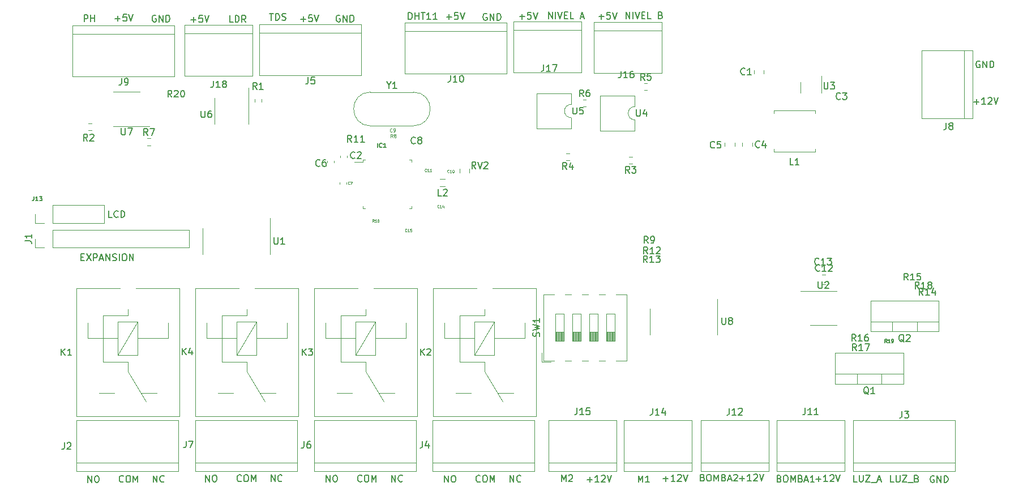
<source format=gbr>
%TF.GenerationSoftware,KiCad,Pcbnew,(6.0.6)*%
%TF.CreationDate,2022-07-22T23:00:37-04:00*%
%TF.ProjectId,Proyecto,50726f79-6563-4746-9f2e-6b696361645f,rev?*%
%TF.SameCoordinates,Original*%
%TF.FileFunction,Legend,Top*%
%TF.FilePolarity,Positive*%
%FSLAX46Y46*%
G04 Gerber Fmt 4.6, Leading zero omitted, Abs format (unit mm)*
G04 Created by KiCad (PCBNEW (6.0.6)) date 2022-07-22 23:00:37*
%MOMM*%
%LPD*%
G01*
G04 APERTURE LIST*
%ADD10C,0.150000*%
%ADD11C,0.127000*%
%ADD12C,0.095250*%
%ADD13C,0.120000*%
G04 APERTURE END LIST*
D10*
X138370667Y-46321428D02*
X139132572Y-46321428D01*
X138751620Y-46702380D02*
X138751620Y-45940476D01*
X140084953Y-45702380D02*
X139608762Y-45702380D01*
X139561143Y-46178571D01*
X139608762Y-46130952D01*
X139704001Y-46083333D01*
X139942096Y-46083333D01*
X140037334Y-46130952D01*
X140084953Y-46178571D01*
X140132572Y-46273809D01*
X140132572Y-46511904D01*
X140084953Y-46607142D01*
X140037334Y-46654761D01*
X139942096Y-46702380D01*
X139704001Y-46702380D01*
X139608762Y-46654761D01*
X139561143Y-46607142D01*
X140418286Y-45702380D02*
X140751620Y-46702380D01*
X141084953Y-45702380D01*
X155571849Y-115802383D02*
X155571849Y-114802383D01*
X155905182Y-115516669D01*
X156238515Y-114802383D01*
X156238515Y-115802383D01*
X156667087Y-114897622D02*
X156714706Y-114850003D01*
X156809944Y-114802383D01*
X157048039Y-114802383D01*
X157143277Y-114850003D01*
X157190896Y-114897622D01*
X157238515Y-114992860D01*
X157238515Y-115088098D01*
X157190896Y-115230955D01*
X156619468Y-115802383D01*
X157238515Y-115802383D01*
X94520667Y-115902380D02*
X94520667Y-114902380D01*
X95092096Y-115902380D01*
X95092096Y-114902380D01*
X96139715Y-115807142D02*
X96092096Y-115854761D01*
X95949239Y-115902380D01*
X95854001Y-115902380D01*
X95711143Y-115854761D01*
X95615905Y-115759523D01*
X95568286Y-115664285D01*
X95520667Y-115473809D01*
X95520667Y-115330952D01*
X95568286Y-115140476D01*
X95615905Y-115045238D01*
X95711143Y-114950000D01*
X95854001Y-114902380D01*
X95949239Y-114902380D01*
X96092096Y-114950000D01*
X96139715Y-114997619D01*
X161145667Y-46271428D02*
X161907572Y-46271428D01*
X161526620Y-46652380D02*
X161526620Y-45890476D01*
X162859953Y-45652380D02*
X162383762Y-45652380D01*
X162336143Y-46128571D01*
X162383762Y-46080952D01*
X162479001Y-46033333D01*
X162717096Y-46033333D01*
X162812334Y-46080952D01*
X162859953Y-46128571D01*
X162907572Y-46223809D01*
X162907572Y-46461904D01*
X162859953Y-46557142D01*
X162812334Y-46604761D01*
X162717096Y-46652380D01*
X162479001Y-46652380D01*
X162383762Y-46604761D01*
X162336143Y-46557142D01*
X163193286Y-45652380D02*
X163526620Y-46652380D01*
X163859953Y-45652380D01*
X116570667Y-46671428D02*
X117332572Y-46671428D01*
X116951620Y-47052380D02*
X116951620Y-46290476D01*
X118284953Y-46052380D02*
X117808762Y-46052380D01*
X117761143Y-46528571D01*
X117808762Y-46480952D01*
X117904001Y-46433333D01*
X118142096Y-46433333D01*
X118237334Y-46480952D01*
X118284953Y-46528571D01*
X118332572Y-46623809D01*
X118332572Y-46861904D01*
X118284953Y-46957142D01*
X118237334Y-47004761D01*
X118142096Y-47052380D01*
X117904001Y-47052380D01*
X117808762Y-47004761D01*
X117761143Y-46957142D01*
X118618286Y-46052380D02*
X118951620Y-47052380D01*
X119284953Y-46052380D01*
X111919477Y-45827380D02*
X112490905Y-45827380D01*
X112205191Y-46827380D02*
X112205191Y-45827380D01*
X112824239Y-46827380D02*
X112824239Y-45827380D01*
X113062334Y-45827380D01*
X113205191Y-45875000D01*
X113300429Y-45970238D01*
X113348048Y-46065476D01*
X113395667Y-46255952D01*
X113395667Y-46398809D01*
X113348048Y-46589285D01*
X113300429Y-46684523D01*
X113205191Y-46779761D01*
X113062334Y-46827380D01*
X112824239Y-46827380D01*
X113776620Y-46779761D02*
X113919477Y-46827380D01*
X114157572Y-46827380D01*
X114252810Y-46779761D01*
X114300429Y-46732142D01*
X114348048Y-46636904D01*
X114348048Y-46541666D01*
X114300429Y-46446428D01*
X114252810Y-46398809D01*
X114157572Y-46351190D01*
X113967096Y-46303571D01*
X113871858Y-46255952D01*
X113824239Y-46208333D01*
X113776620Y-46113095D01*
X113776620Y-46017857D01*
X113824239Y-45922619D01*
X113871858Y-45875000D01*
X113967096Y-45827380D01*
X114205191Y-45827380D01*
X114348048Y-45875000D01*
X143420667Y-115782142D02*
X143373048Y-115829761D01*
X143230191Y-115877380D01*
X143134953Y-115877380D01*
X142992096Y-115829761D01*
X142896858Y-115734523D01*
X142849239Y-115639285D01*
X142801620Y-115448809D01*
X142801620Y-115305952D01*
X142849239Y-115115476D01*
X142896858Y-115020238D01*
X142992096Y-114925000D01*
X143134953Y-114877380D01*
X143230191Y-114877380D01*
X143373048Y-114925000D01*
X143420667Y-114972619D01*
X144039715Y-114877380D02*
X144230191Y-114877380D01*
X144325429Y-114925000D01*
X144420667Y-115020238D01*
X144468286Y-115210714D01*
X144468286Y-115544047D01*
X144420667Y-115734523D01*
X144325429Y-115829761D01*
X144230191Y-115877380D01*
X144039715Y-115877380D01*
X143944477Y-115829761D01*
X143849239Y-115734523D01*
X143801620Y-115544047D01*
X143801620Y-115210714D01*
X143849239Y-115020238D01*
X143944477Y-114925000D01*
X144039715Y-114877380D01*
X144896858Y-115877380D02*
X144896858Y-114877380D01*
X145230191Y-115591666D01*
X145563524Y-114877380D01*
X145563524Y-115877380D01*
X165215917Y-46602369D02*
X165215917Y-45602369D01*
X165787346Y-46602369D01*
X165787346Y-45602369D01*
X166263536Y-46602369D02*
X166263536Y-45602369D01*
X166596870Y-45602369D02*
X166930203Y-46602369D01*
X167263536Y-45602369D01*
X167596870Y-46078560D02*
X167930203Y-46078560D01*
X168073060Y-46602369D02*
X167596870Y-46602369D01*
X167596870Y-45602369D01*
X168073060Y-45602369D01*
X168977822Y-46602369D02*
X168501632Y-46602369D01*
X168501632Y-45602369D01*
X170406394Y-46078560D02*
X170549251Y-46126179D01*
X170596870Y-46173798D01*
X170644489Y-46269036D01*
X170644489Y-46411893D01*
X170596870Y-46507131D01*
X170549251Y-46554750D01*
X170454013Y-46602369D01*
X170073060Y-46602369D01*
X170073060Y-45602369D01*
X170406394Y-45602369D01*
X170501632Y-45649989D01*
X170549251Y-45697608D01*
X170596870Y-45792846D01*
X170596870Y-45888084D01*
X170549251Y-45983322D01*
X170501632Y-46030941D01*
X170406394Y-46078560D01*
X170073060Y-46078560D01*
X153637334Y-46602380D02*
X153637334Y-45602380D01*
X154208762Y-46602380D01*
X154208762Y-45602380D01*
X154684953Y-46602380D02*
X154684953Y-45602380D01*
X155018286Y-45602380D02*
X155351620Y-46602380D01*
X155684953Y-45602380D01*
X156018286Y-46078571D02*
X156351620Y-46078571D01*
X156494477Y-46602380D02*
X156018286Y-46602380D01*
X156018286Y-45602380D01*
X156494477Y-45602380D01*
X157399239Y-46602380D02*
X156923048Y-46602380D01*
X156923048Y-45602380D01*
X158446858Y-46316666D02*
X158923048Y-46316666D01*
X158351620Y-46602380D02*
X158684953Y-45602380D01*
X159018286Y-46602380D01*
X167071851Y-115902383D02*
X167071851Y-114902383D01*
X167405184Y-115616669D01*
X167738517Y-114902383D01*
X167738517Y-115902383D01*
X168738517Y-115902383D02*
X168167089Y-115902383D01*
X168452803Y-115902383D02*
X168452803Y-114902383D01*
X168357565Y-115045241D01*
X168262327Y-115140479D01*
X168167089Y-115188098D01*
X112145667Y-115802380D02*
X112145667Y-114802380D01*
X112717096Y-115802380D01*
X112717096Y-114802380D01*
X113764715Y-115707142D02*
X113717096Y-115754761D01*
X113574239Y-115802380D01*
X113479001Y-115802380D01*
X113336143Y-115754761D01*
X113240905Y-115659523D01*
X113193286Y-115564285D01*
X113145667Y-115373809D01*
X113145667Y-115230952D01*
X113193286Y-115040476D01*
X113240905Y-114945238D01*
X113336143Y-114850000D01*
X113479001Y-114802380D01*
X113574239Y-114802380D01*
X113717096Y-114850000D01*
X113764715Y-114897619D01*
X218144477Y-52975000D02*
X218049239Y-52927380D01*
X217906382Y-52927380D01*
X217763524Y-52975000D01*
X217668286Y-53070238D01*
X217620667Y-53165476D01*
X217573048Y-53355952D01*
X217573048Y-53498809D01*
X217620667Y-53689285D01*
X217668286Y-53784523D01*
X217763524Y-53879761D01*
X217906382Y-53927380D01*
X218001620Y-53927380D01*
X218144477Y-53879761D01*
X218192096Y-53832142D01*
X218192096Y-53498809D01*
X218001620Y-53498809D01*
X218620667Y-53927380D02*
X218620667Y-52927380D01*
X219192096Y-53927380D01*
X219192096Y-52927380D01*
X219668286Y-53927380D02*
X219668286Y-52927380D01*
X219906382Y-52927380D01*
X220049239Y-52975000D01*
X220144477Y-53070238D01*
X220192096Y-53165476D01*
X220239715Y-53355952D01*
X220239715Y-53498809D01*
X220192096Y-53689285D01*
X220144477Y-53784523D01*
X220049239Y-53879761D01*
X219906382Y-53927380D01*
X219668286Y-53927380D01*
X149295667Y-46271428D02*
X150057572Y-46271428D01*
X149676620Y-46652380D02*
X149676620Y-45890476D01*
X151009953Y-45652380D02*
X150533762Y-45652380D01*
X150486143Y-46128571D01*
X150533762Y-46080952D01*
X150629001Y-46033333D01*
X150867096Y-46033333D01*
X150962334Y-46080952D01*
X151009953Y-46128571D01*
X151057572Y-46223809D01*
X151057572Y-46461904D01*
X151009953Y-46557142D01*
X150962334Y-46604761D01*
X150867096Y-46652380D01*
X150629001Y-46652380D01*
X150533762Y-46604761D01*
X150486143Y-46557142D01*
X151343286Y-45652380D02*
X151676620Y-46652380D01*
X152009953Y-45652380D01*
X84746858Y-115927380D02*
X84746858Y-114927380D01*
X85318286Y-115927380D01*
X85318286Y-114927380D01*
X85984953Y-114927380D02*
X86175429Y-114927380D01*
X86270667Y-114975000D01*
X86365905Y-115070238D01*
X86413524Y-115260714D01*
X86413524Y-115594047D01*
X86365905Y-115784523D01*
X86270667Y-115879761D01*
X86175429Y-115927380D01*
X85984953Y-115927380D01*
X85889715Y-115879761D01*
X85794477Y-115784523D01*
X85746858Y-115594047D01*
X85746858Y-115260714D01*
X85794477Y-115070238D01*
X85889715Y-114975000D01*
X85984953Y-114927380D01*
X94919477Y-46125000D02*
X94824239Y-46077380D01*
X94681382Y-46077380D01*
X94538524Y-46125000D01*
X94443286Y-46220238D01*
X94395667Y-46315476D01*
X94348048Y-46505952D01*
X94348048Y-46648809D01*
X94395667Y-46839285D01*
X94443286Y-46934523D01*
X94538524Y-47029761D01*
X94681382Y-47077380D01*
X94776620Y-47077380D01*
X94919477Y-47029761D01*
X94967096Y-46982142D01*
X94967096Y-46648809D01*
X94776620Y-46648809D01*
X95395667Y-47077380D02*
X95395667Y-46077380D01*
X95967096Y-47077380D01*
X95967096Y-46077380D01*
X96443286Y-47077380D02*
X96443286Y-46077380D01*
X96681382Y-46077380D01*
X96824239Y-46125000D01*
X96919477Y-46220238D01*
X96967096Y-46315476D01*
X97014715Y-46505952D01*
X97014715Y-46648809D01*
X96967096Y-46839285D01*
X96919477Y-46934523D01*
X96824239Y-47029761D01*
X96681382Y-47077380D01*
X96443286Y-47077380D01*
X90070667Y-115807142D02*
X90023048Y-115854761D01*
X89880191Y-115902380D01*
X89784953Y-115902380D01*
X89642096Y-115854761D01*
X89546858Y-115759523D01*
X89499239Y-115664285D01*
X89451620Y-115473809D01*
X89451620Y-115330952D01*
X89499239Y-115140476D01*
X89546858Y-115045238D01*
X89642096Y-114950000D01*
X89784953Y-114902380D01*
X89880191Y-114902380D01*
X90023048Y-114950000D01*
X90070667Y-114997619D01*
X90689715Y-114902380D02*
X90880191Y-114902380D01*
X90975429Y-114950000D01*
X91070667Y-115045238D01*
X91118286Y-115235714D01*
X91118286Y-115569047D01*
X91070667Y-115759523D01*
X90975429Y-115854761D01*
X90880191Y-115902380D01*
X90689715Y-115902380D01*
X90594477Y-115854761D01*
X90499239Y-115759523D01*
X90451620Y-115569047D01*
X90451620Y-115235714D01*
X90499239Y-115045238D01*
X90594477Y-114950000D01*
X90689715Y-114902380D01*
X91546858Y-115902380D02*
X91546858Y-114902380D01*
X91880191Y-115616666D01*
X92213524Y-114902380D01*
X92213524Y-115902380D01*
X138096858Y-115902380D02*
X138096858Y-114902380D01*
X138668286Y-115902380D01*
X138668286Y-114902380D01*
X139334953Y-114902380D02*
X139525429Y-114902380D01*
X139620667Y-114950000D01*
X139715905Y-115045238D01*
X139763524Y-115235714D01*
X139763524Y-115569047D01*
X139715905Y-115759523D01*
X139620667Y-115854761D01*
X139525429Y-115902380D01*
X139334953Y-115902380D01*
X139239715Y-115854761D01*
X139144477Y-115759523D01*
X139096858Y-115569047D01*
X139096858Y-115235714D01*
X139144477Y-115045238D01*
X139239715Y-114950000D01*
X139334953Y-114902380D01*
X132687334Y-46702380D02*
X132687334Y-45702380D01*
X132925429Y-45702380D01*
X133068286Y-45750000D01*
X133163524Y-45845238D01*
X133211143Y-45940476D01*
X133258762Y-46130952D01*
X133258762Y-46273809D01*
X133211143Y-46464285D01*
X133163524Y-46559523D01*
X133068286Y-46654761D01*
X132925429Y-46702380D01*
X132687334Y-46702380D01*
X133687334Y-46702380D02*
X133687334Y-45702380D01*
X133687334Y-46178571D02*
X134258762Y-46178571D01*
X134258762Y-46702380D02*
X134258762Y-45702380D01*
X134592096Y-45702380D02*
X135163524Y-45702380D01*
X134877810Y-46702380D02*
X134877810Y-45702380D01*
X136020667Y-46702380D02*
X135449239Y-46702380D01*
X135734953Y-46702380D02*
X135734953Y-45702380D01*
X135639715Y-45845238D01*
X135544477Y-45940476D01*
X135449239Y-45988095D01*
X136973048Y-46702380D02*
X136401620Y-46702380D01*
X136687334Y-46702380D02*
X136687334Y-45702380D01*
X136592096Y-45845238D01*
X136496858Y-45940476D01*
X136401620Y-45988095D01*
X88365905Y-76327380D02*
X87889715Y-76327380D01*
X87889715Y-75327380D01*
X89270667Y-76232142D02*
X89223048Y-76279761D01*
X89080191Y-76327380D01*
X88984953Y-76327380D01*
X88842096Y-76279761D01*
X88746858Y-76184523D01*
X88699239Y-76089285D01*
X88651620Y-75898809D01*
X88651620Y-75755952D01*
X88699239Y-75565476D01*
X88746858Y-75470238D01*
X88842096Y-75375000D01*
X88984953Y-75327380D01*
X89080191Y-75327380D01*
X89223048Y-75375000D01*
X89270667Y-75422619D01*
X89699239Y-76327380D02*
X89699239Y-75327380D01*
X89937334Y-75327380D01*
X90080191Y-75375000D01*
X90175429Y-75470238D01*
X90223048Y-75565476D01*
X90270667Y-75755952D01*
X90270667Y-75898809D01*
X90223048Y-76089285D01*
X90175429Y-76184523D01*
X90080191Y-76279761D01*
X89937334Y-76327380D01*
X89699239Y-76327380D01*
X159419477Y-115496428D02*
X160181382Y-115496428D01*
X159800429Y-115877380D02*
X159800429Y-115115476D01*
X161181382Y-115877380D02*
X160609953Y-115877380D01*
X160895667Y-115877380D02*
X160895667Y-114877380D01*
X160800429Y-115020238D01*
X160705191Y-115115476D01*
X160609953Y-115163095D01*
X161562334Y-114972619D02*
X161609953Y-114925000D01*
X161705191Y-114877380D01*
X161943286Y-114877380D01*
X162038524Y-114925000D01*
X162086143Y-114972619D01*
X162133762Y-115067857D01*
X162133762Y-115163095D01*
X162086143Y-115305952D01*
X161514715Y-115877380D01*
X162133762Y-115877380D01*
X162419477Y-114877380D02*
X162752810Y-115877380D01*
X163086143Y-114877380D01*
X176677800Y-115198571D02*
X176820657Y-115246190D01*
X176868276Y-115293809D01*
X176915895Y-115389047D01*
X176915895Y-115531904D01*
X176868276Y-115627142D01*
X176820657Y-115674761D01*
X176725419Y-115722380D01*
X176344467Y-115722380D01*
X176344467Y-114722380D01*
X176677800Y-114722380D01*
X176773038Y-114770000D01*
X176820657Y-114817619D01*
X176868276Y-114912857D01*
X176868276Y-115008095D01*
X176820657Y-115103333D01*
X176773038Y-115150952D01*
X176677800Y-115198571D01*
X176344467Y-115198571D01*
X177534943Y-114722380D02*
X177725419Y-114722380D01*
X177820657Y-114770000D01*
X177915895Y-114865238D01*
X177963514Y-115055714D01*
X177963514Y-115389047D01*
X177915895Y-115579523D01*
X177820657Y-115674761D01*
X177725419Y-115722380D01*
X177534943Y-115722380D01*
X177439705Y-115674761D01*
X177344467Y-115579523D01*
X177296848Y-115389047D01*
X177296848Y-115055714D01*
X177344467Y-114865238D01*
X177439705Y-114770000D01*
X177534943Y-114722380D01*
X178392086Y-115722380D02*
X178392086Y-114722380D01*
X178725419Y-115436666D01*
X179058752Y-114722380D01*
X179058752Y-115722380D01*
X179868276Y-115198571D02*
X180011133Y-115246190D01*
X180058752Y-115293809D01*
X180106372Y-115389047D01*
X180106372Y-115531904D01*
X180058752Y-115627142D01*
X180011133Y-115674761D01*
X179915895Y-115722380D01*
X179534943Y-115722380D01*
X179534943Y-114722380D01*
X179868276Y-114722380D01*
X179963514Y-114770000D01*
X180011133Y-114817619D01*
X180058752Y-114912857D01*
X180058752Y-115008095D01*
X180011133Y-115103333D01*
X179963514Y-115150952D01*
X179868276Y-115198571D01*
X179534943Y-115198571D01*
X180487324Y-115436666D02*
X180963514Y-115436666D01*
X180392086Y-115722380D02*
X180725419Y-114722380D01*
X181058752Y-115722380D01*
X181344467Y-114817619D02*
X181392086Y-114770000D01*
X181487324Y-114722380D01*
X181725419Y-114722380D01*
X181820657Y-114770000D01*
X181868276Y-114817619D01*
X181915895Y-114912857D01*
X181915895Y-115008095D01*
X181868276Y-115150952D01*
X181296848Y-115722380D01*
X181915895Y-115722380D01*
X122444477Y-46125000D02*
X122349239Y-46077380D01*
X122206382Y-46077380D01*
X122063524Y-46125000D01*
X121968286Y-46220238D01*
X121920667Y-46315476D01*
X121873048Y-46505952D01*
X121873048Y-46648809D01*
X121920667Y-46839285D01*
X121968286Y-46934523D01*
X122063524Y-47029761D01*
X122206382Y-47077380D01*
X122301620Y-47077380D01*
X122444477Y-47029761D01*
X122492096Y-46982142D01*
X122492096Y-46648809D01*
X122301620Y-46648809D01*
X122920667Y-47077380D02*
X122920667Y-46077380D01*
X123492096Y-47077380D01*
X123492096Y-46077380D01*
X123968286Y-47077380D02*
X123968286Y-46077380D01*
X124206382Y-46077380D01*
X124349239Y-46125000D01*
X124444477Y-46220238D01*
X124492096Y-46315476D01*
X124539715Y-46505952D01*
X124539715Y-46648809D01*
X124492096Y-46839285D01*
X124444477Y-46934523D01*
X124349239Y-47029761D01*
X124206382Y-47077380D01*
X123968286Y-47077380D01*
X205284953Y-115877380D02*
X204808762Y-115877380D01*
X204808762Y-114877380D01*
X205618286Y-114877380D02*
X205618286Y-115686904D01*
X205665905Y-115782142D01*
X205713524Y-115829761D01*
X205808762Y-115877380D01*
X205999239Y-115877380D01*
X206094477Y-115829761D01*
X206142096Y-115782142D01*
X206189715Y-115686904D01*
X206189715Y-114877380D01*
X206570667Y-114877380D02*
X207237334Y-114877380D01*
X206570667Y-115877380D01*
X207237334Y-115877380D01*
X207380191Y-115972619D02*
X208142096Y-115972619D01*
X208713524Y-115353571D02*
X208856382Y-115401190D01*
X208904001Y-115448809D01*
X208951620Y-115544047D01*
X208951620Y-115686904D01*
X208904001Y-115782142D01*
X208856382Y-115829761D01*
X208761143Y-115877380D01*
X208380191Y-115877380D01*
X208380191Y-114877380D01*
X208713524Y-114877380D01*
X208808762Y-114925000D01*
X208856382Y-114972619D01*
X208904001Y-115067857D01*
X208904001Y-115163095D01*
X208856382Y-115258333D01*
X208808762Y-115305952D01*
X208713524Y-115353571D01*
X208380191Y-115353571D01*
X83726620Y-82253571D02*
X84059953Y-82253571D01*
X84202810Y-82777380D02*
X83726620Y-82777380D01*
X83726620Y-81777380D01*
X84202810Y-81777380D01*
X84536143Y-81777380D02*
X85202810Y-82777380D01*
X85202810Y-81777380D02*
X84536143Y-82777380D01*
X85583762Y-82777380D02*
X85583762Y-81777380D01*
X85964715Y-81777380D01*
X86059953Y-81825000D01*
X86107572Y-81872619D01*
X86155191Y-81967857D01*
X86155191Y-82110714D01*
X86107572Y-82205952D01*
X86059953Y-82253571D01*
X85964715Y-82301190D01*
X85583762Y-82301190D01*
X86536143Y-82491666D02*
X87012334Y-82491666D01*
X86440905Y-82777380D02*
X86774239Y-81777380D01*
X87107572Y-82777380D01*
X87440905Y-82777380D02*
X87440905Y-81777380D01*
X88012334Y-82777380D01*
X88012334Y-81777380D01*
X88440905Y-82729761D02*
X88583762Y-82777380D01*
X88821858Y-82777380D01*
X88917096Y-82729761D01*
X88964715Y-82682142D01*
X89012334Y-82586904D01*
X89012334Y-82491666D01*
X88964715Y-82396428D01*
X88917096Y-82348809D01*
X88821858Y-82301190D01*
X88631382Y-82253571D01*
X88536143Y-82205952D01*
X88488524Y-82158333D01*
X88440905Y-82063095D01*
X88440905Y-81967857D01*
X88488524Y-81872619D01*
X88536143Y-81825000D01*
X88631382Y-81777380D01*
X88869477Y-81777380D01*
X89012334Y-81825000D01*
X89440905Y-82777380D02*
X89440905Y-81777380D01*
X90107572Y-81777380D02*
X90298048Y-81777380D01*
X90393286Y-81825000D01*
X90488524Y-81920238D01*
X90536143Y-82110714D01*
X90536143Y-82444047D01*
X90488524Y-82634523D01*
X90393286Y-82729761D01*
X90298048Y-82777380D01*
X90107572Y-82777380D01*
X90012334Y-82729761D01*
X89917096Y-82634523D01*
X89869477Y-82444047D01*
X89869477Y-82110714D01*
X89917096Y-81920238D01*
X90012334Y-81825000D01*
X90107572Y-81777380D01*
X90964715Y-82777380D02*
X90964715Y-81777380D01*
X91536143Y-82777380D01*
X91536143Y-81777380D01*
X106465905Y-47127380D02*
X105989715Y-47127380D01*
X105989715Y-46127380D01*
X106799239Y-47127380D02*
X106799239Y-46127380D01*
X107037334Y-46127380D01*
X107180191Y-46175000D01*
X107275429Y-46270238D01*
X107323048Y-46365476D01*
X107370667Y-46555952D01*
X107370667Y-46698809D01*
X107323048Y-46889285D01*
X107275429Y-46984523D01*
X107180191Y-47079761D01*
X107037334Y-47127380D01*
X106799239Y-47127380D01*
X108370667Y-47127380D02*
X108037334Y-46651190D01*
X107799239Y-47127380D02*
X107799239Y-46127380D01*
X108180191Y-46127380D01*
X108275429Y-46175000D01*
X108323048Y-46222619D01*
X108370667Y-46317857D01*
X108370667Y-46460714D01*
X108323048Y-46555952D01*
X108275429Y-46603571D01*
X108180191Y-46651190D01*
X107799239Y-46651190D01*
X170794477Y-115371428D02*
X171556382Y-115371428D01*
X171175429Y-115752380D02*
X171175429Y-114990476D01*
X172556382Y-115752380D02*
X171984953Y-115752380D01*
X172270667Y-115752380D02*
X172270667Y-114752380D01*
X172175429Y-114895238D01*
X172080191Y-114990476D01*
X171984953Y-115038095D01*
X172937334Y-114847619D02*
X172984953Y-114800000D01*
X173080191Y-114752380D01*
X173318286Y-114752380D01*
X173413524Y-114800000D01*
X173461143Y-114847619D01*
X173508762Y-114942857D01*
X173508762Y-115038095D01*
X173461143Y-115180952D01*
X172889715Y-115752380D01*
X173508762Y-115752380D01*
X173794477Y-114752380D02*
X174127810Y-115752380D01*
X174461143Y-114752380D01*
X144419477Y-45875000D02*
X144324239Y-45827380D01*
X144181382Y-45827380D01*
X144038524Y-45875000D01*
X143943286Y-45970238D01*
X143895667Y-46065476D01*
X143848048Y-46255952D01*
X143848048Y-46398809D01*
X143895667Y-46589285D01*
X143943286Y-46684523D01*
X144038524Y-46779761D01*
X144181382Y-46827380D01*
X144276620Y-46827380D01*
X144419477Y-46779761D01*
X144467096Y-46732142D01*
X144467096Y-46398809D01*
X144276620Y-46398809D01*
X144895667Y-46827380D02*
X144895667Y-45827380D01*
X145467096Y-46827380D01*
X145467096Y-45827380D01*
X145943286Y-46827380D02*
X145943286Y-45827380D01*
X146181382Y-45827380D01*
X146324239Y-45875000D01*
X146419477Y-45970238D01*
X146467096Y-46065476D01*
X146514715Y-46255952D01*
X146514715Y-46398809D01*
X146467096Y-46589285D01*
X146419477Y-46684523D01*
X146324239Y-46779761D01*
X146181382Y-46827380D01*
X145943286Y-46827380D01*
X199781382Y-115827380D02*
X199305191Y-115827380D01*
X199305191Y-114827380D01*
X200114715Y-114827380D02*
X200114715Y-115636904D01*
X200162334Y-115732142D01*
X200209953Y-115779761D01*
X200305191Y-115827380D01*
X200495667Y-115827380D01*
X200590905Y-115779761D01*
X200638524Y-115732142D01*
X200686143Y-115636904D01*
X200686143Y-114827380D01*
X201067096Y-114827380D02*
X201733762Y-114827380D01*
X201067096Y-115827380D01*
X201733762Y-115827380D01*
X201876620Y-115922619D02*
X202638524Y-115922619D01*
X202829001Y-115541666D02*
X203305191Y-115541666D01*
X202733762Y-115827380D02*
X203067096Y-114827380D01*
X203400429Y-115827380D01*
X211294477Y-115000000D02*
X211199239Y-114952380D01*
X211056382Y-114952380D01*
X210913524Y-115000000D01*
X210818286Y-115095238D01*
X210770667Y-115190476D01*
X210723048Y-115380952D01*
X210723048Y-115523809D01*
X210770667Y-115714285D01*
X210818286Y-115809523D01*
X210913524Y-115904761D01*
X211056382Y-115952380D01*
X211151620Y-115952380D01*
X211294477Y-115904761D01*
X211342096Y-115857142D01*
X211342096Y-115523809D01*
X211151620Y-115523809D01*
X211770667Y-115952380D02*
X211770667Y-114952380D01*
X212342096Y-115952380D01*
X212342096Y-114952380D01*
X212818286Y-115952380D02*
X212818286Y-114952380D01*
X213056382Y-114952380D01*
X213199239Y-115000000D01*
X213294477Y-115095238D01*
X213342096Y-115190476D01*
X213389715Y-115380952D01*
X213389715Y-115523809D01*
X213342096Y-115714285D01*
X213294477Y-115809523D01*
X213199239Y-115904761D01*
X213056382Y-115952380D01*
X212818286Y-115952380D01*
X125720667Y-115732142D02*
X125673048Y-115779761D01*
X125530191Y-115827380D01*
X125434953Y-115827380D01*
X125292096Y-115779761D01*
X125196858Y-115684523D01*
X125149239Y-115589285D01*
X125101620Y-115398809D01*
X125101620Y-115255952D01*
X125149239Y-115065476D01*
X125196858Y-114970238D01*
X125292096Y-114875000D01*
X125434953Y-114827380D01*
X125530191Y-114827380D01*
X125673048Y-114875000D01*
X125720667Y-114922619D01*
X126339715Y-114827380D02*
X126530191Y-114827380D01*
X126625429Y-114875000D01*
X126720667Y-114970238D01*
X126768286Y-115160714D01*
X126768286Y-115494047D01*
X126720667Y-115684523D01*
X126625429Y-115779761D01*
X126530191Y-115827380D01*
X126339715Y-115827380D01*
X126244477Y-115779761D01*
X126149239Y-115684523D01*
X126101620Y-115494047D01*
X126101620Y-115160714D01*
X126149239Y-114970238D01*
X126244477Y-114875000D01*
X126339715Y-114827380D01*
X127196858Y-115827380D02*
X127196858Y-114827380D01*
X127530191Y-115541666D01*
X127863524Y-114827380D01*
X127863524Y-115827380D01*
X182194477Y-115321428D02*
X182956382Y-115321428D01*
X182575429Y-115702380D02*
X182575429Y-114940476D01*
X183956382Y-115702380D02*
X183384953Y-115702380D01*
X183670667Y-115702380D02*
X183670667Y-114702380D01*
X183575429Y-114845238D01*
X183480191Y-114940476D01*
X183384953Y-114988095D01*
X184337334Y-114797619D02*
X184384953Y-114750000D01*
X184480191Y-114702380D01*
X184718286Y-114702380D01*
X184813524Y-114750000D01*
X184861143Y-114797619D01*
X184908762Y-114892857D01*
X184908762Y-114988095D01*
X184861143Y-115130952D01*
X184289715Y-115702380D01*
X184908762Y-115702380D01*
X185194477Y-114702380D02*
X185527810Y-115702380D01*
X185861143Y-114702380D01*
X102371858Y-115827380D02*
X102371858Y-114827380D01*
X102943286Y-115827380D01*
X102943286Y-114827380D01*
X103609953Y-114827380D02*
X103800429Y-114827380D01*
X103895667Y-114875000D01*
X103990905Y-114970238D01*
X104038524Y-115160714D01*
X104038524Y-115494047D01*
X103990905Y-115684523D01*
X103895667Y-115779761D01*
X103800429Y-115827380D01*
X103609953Y-115827380D01*
X103514715Y-115779761D01*
X103419477Y-115684523D01*
X103371858Y-115494047D01*
X103371858Y-115160714D01*
X103419477Y-114970238D01*
X103514715Y-114875000D01*
X103609953Y-114827380D01*
X147870667Y-115877380D02*
X147870667Y-114877380D01*
X148442096Y-115877380D01*
X148442096Y-114877380D01*
X149489715Y-115782142D02*
X149442096Y-115829761D01*
X149299239Y-115877380D01*
X149204001Y-115877380D01*
X149061143Y-115829761D01*
X148965905Y-115734523D01*
X148918286Y-115639285D01*
X148870667Y-115448809D01*
X148870667Y-115305952D01*
X148918286Y-115115476D01*
X148965905Y-115020238D01*
X149061143Y-114925000D01*
X149204001Y-114877380D01*
X149299239Y-114877380D01*
X149442096Y-114925000D01*
X149489715Y-114972619D01*
X100170667Y-46746428D02*
X100932572Y-46746428D01*
X100551620Y-47127380D02*
X100551620Y-46365476D01*
X101884953Y-46127380D02*
X101408762Y-46127380D01*
X101361143Y-46603571D01*
X101408762Y-46555952D01*
X101504001Y-46508333D01*
X101742096Y-46508333D01*
X101837334Y-46555952D01*
X101884953Y-46603571D01*
X101932572Y-46698809D01*
X101932572Y-46936904D01*
X101884953Y-47032142D01*
X101837334Y-47079761D01*
X101742096Y-47127380D01*
X101504001Y-47127380D01*
X101408762Y-47079761D01*
X101361143Y-47032142D01*
X102218286Y-46127380D02*
X102551620Y-47127380D01*
X102884953Y-46127380D01*
X120396858Y-115852380D02*
X120396858Y-114852380D01*
X120968286Y-115852380D01*
X120968286Y-114852380D01*
X121634953Y-114852380D02*
X121825429Y-114852380D01*
X121920667Y-114900000D01*
X122015905Y-114995238D01*
X122063524Y-115185714D01*
X122063524Y-115519047D01*
X122015905Y-115709523D01*
X121920667Y-115804761D01*
X121825429Y-115852380D01*
X121634953Y-115852380D01*
X121539715Y-115804761D01*
X121444477Y-115709523D01*
X121396858Y-115519047D01*
X121396858Y-115185714D01*
X121444477Y-114995238D01*
X121539715Y-114900000D01*
X121634953Y-114852380D01*
X130170667Y-115827380D02*
X130170667Y-114827380D01*
X130742096Y-115827380D01*
X130742096Y-114827380D01*
X131789715Y-115732142D02*
X131742096Y-115779761D01*
X131599239Y-115827380D01*
X131504001Y-115827380D01*
X131361143Y-115779761D01*
X131265905Y-115684523D01*
X131218286Y-115589285D01*
X131170667Y-115398809D01*
X131170667Y-115255952D01*
X131218286Y-115065476D01*
X131265905Y-114970238D01*
X131361143Y-114875000D01*
X131504001Y-114827380D01*
X131599239Y-114827380D01*
X131742096Y-114875000D01*
X131789715Y-114922619D01*
X217244477Y-59021428D02*
X218006382Y-59021428D01*
X217625429Y-59402380D02*
X217625429Y-58640476D01*
X219006382Y-59402380D02*
X218434953Y-59402380D01*
X218720667Y-59402380D02*
X218720667Y-58402380D01*
X218625429Y-58545238D01*
X218530191Y-58640476D01*
X218434953Y-58688095D01*
X219387334Y-58497619D02*
X219434953Y-58450000D01*
X219530191Y-58402380D01*
X219768286Y-58402380D01*
X219863524Y-58450000D01*
X219911143Y-58497619D01*
X219958762Y-58592857D01*
X219958762Y-58688095D01*
X219911143Y-58830952D01*
X219339715Y-59402380D01*
X219958762Y-59402380D01*
X220244477Y-58402380D02*
X220577810Y-59402380D01*
X220911143Y-58402380D01*
X84195667Y-47052380D02*
X84195667Y-46052380D01*
X84576620Y-46052380D01*
X84671858Y-46100000D01*
X84719477Y-46147619D01*
X84767096Y-46242857D01*
X84767096Y-46385714D01*
X84719477Y-46480952D01*
X84671858Y-46528571D01*
X84576620Y-46576190D01*
X84195667Y-46576190D01*
X85195667Y-47052380D02*
X85195667Y-46052380D01*
X85195667Y-46528571D02*
X85767096Y-46528571D01*
X85767096Y-47052380D02*
X85767096Y-46052380D01*
X188152810Y-115353571D02*
X188295667Y-115401190D01*
X188343286Y-115448809D01*
X188390905Y-115544047D01*
X188390905Y-115686904D01*
X188343286Y-115782142D01*
X188295667Y-115829761D01*
X188200429Y-115877380D01*
X187819477Y-115877380D01*
X187819477Y-114877380D01*
X188152810Y-114877380D01*
X188248048Y-114925000D01*
X188295667Y-114972619D01*
X188343286Y-115067857D01*
X188343286Y-115163095D01*
X188295667Y-115258333D01*
X188248048Y-115305952D01*
X188152810Y-115353571D01*
X187819477Y-115353571D01*
X189009953Y-114877380D02*
X189200429Y-114877380D01*
X189295667Y-114925000D01*
X189390905Y-115020238D01*
X189438524Y-115210714D01*
X189438524Y-115544047D01*
X189390905Y-115734523D01*
X189295667Y-115829761D01*
X189200429Y-115877380D01*
X189009953Y-115877380D01*
X188914715Y-115829761D01*
X188819477Y-115734523D01*
X188771858Y-115544047D01*
X188771858Y-115210714D01*
X188819477Y-115020238D01*
X188914715Y-114925000D01*
X189009953Y-114877380D01*
X189867096Y-115877380D02*
X189867096Y-114877380D01*
X190200429Y-115591666D01*
X190533762Y-114877380D01*
X190533762Y-115877380D01*
X191343286Y-115353571D02*
X191486143Y-115401190D01*
X191533762Y-115448809D01*
X191581382Y-115544047D01*
X191581382Y-115686904D01*
X191533762Y-115782142D01*
X191486143Y-115829761D01*
X191390905Y-115877380D01*
X191009953Y-115877380D01*
X191009953Y-114877380D01*
X191343286Y-114877380D01*
X191438524Y-114925000D01*
X191486143Y-114972619D01*
X191533762Y-115067857D01*
X191533762Y-115163095D01*
X191486143Y-115258333D01*
X191438524Y-115305952D01*
X191343286Y-115353571D01*
X191009953Y-115353571D01*
X191962334Y-115591666D02*
X192438524Y-115591666D01*
X191867096Y-115877380D02*
X192200429Y-114877380D01*
X192533762Y-115877380D01*
X193390905Y-115877380D02*
X192819477Y-115877380D01*
X193105191Y-115877380D02*
X193105191Y-114877380D01*
X193009953Y-115020238D01*
X192914715Y-115115476D01*
X192819477Y-115163095D01*
X193619477Y-115421428D02*
X194381382Y-115421428D01*
X194000429Y-115802380D02*
X194000429Y-115040476D01*
X195381382Y-115802380D02*
X194809953Y-115802380D01*
X195095667Y-115802380D02*
X195095667Y-114802380D01*
X195000429Y-114945238D01*
X194905191Y-115040476D01*
X194809953Y-115088095D01*
X195762334Y-114897619D02*
X195809953Y-114850000D01*
X195905191Y-114802380D01*
X196143286Y-114802380D01*
X196238524Y-114850000D01*
X196286143Y-114897619D01*
X196333762Y-114992857D01*
X196333762Y-115088095D01*
X196286143Y-115230952D01*
X195714715Y-115802380D01*
X196333762Y-115802380D01*
X196619477Y-114802380D02*
X196952810Y-115802380D01*
X197286143Y-114802380D01*
X88820657Y-46571429D02*
X89582562Y-46571429D01*
X89201610Y-46952381D02*
X89201610Y-46190477D01*
X90534943Y-45952381D02*
X90058752Y-45952381D01*
X90011133Y-46428572D01*
X90058752Y-46380953D01*
X90153991Y-46333334D01*
X90392086Y-46333334D01*
X90487324Y-46380953D01*
X90534943Y-46428572D01*
X90582562Y-46523810D01*
X90582562Y-46761905D01*
X90534943Y-46857143D01*
X90487324Y-46904762D01*
X90392086Y-46952381D01*
X90153991Y-46952381D01*
X90058752Y-46904762D01*
X90011133Y-46857143D01*
X90868276Y-45952381D02*
X91201610Y-46952381D01*
X91534943Y-45952381D01*
X107695667Y-115707142D02*
X107648048Y-115754761D01*
X107505191Y-115802380D01*
X107409953Y-115802380D01*
X107267096Y-115754761D01*
X107171858Y-115659523D01*
X107124239Y-115564285D01*
X107076620Y-115373809D01*
X107076620Y-115230952D01*
X107124239Y-115040476D01*
X107171858Y-114945238D01*
X107267096Y-114850000D01*
X107409953Y-114802380D01*
X107505191Y-114802380D01*
X107648048Y-114850000D01*
X107695667Y-114897619D01*
X108314715Y-114802380D02*
X108505191Y-114802380D01*
X108600429Y-114850000D01*
X108695667Y-114945238D01*
X108743286Y-115135714D01*
X108743286Y-115469047D01*
X108695667Y-115659523D01*
X108600429Y-115754761D01*
X108505191Y-115802380D01*
X108314715Y-115802380D01*
X108219477Y-115754761D01*
X108124239Y-115659523D01*
X108076620Y-115469047D01*
X108076620Y-115135714D01*
X108124239Y-114945238D01*
X108219477Y-114850000D01*
X108314715Y-114802380D01*
X109171858Y-115802380D02*
X109171858Y-114802380D01*
X109505191Y-115516666D01*
X109838524Y-114802380D01*
X109838524Y-115802380D01*
%TO.C,J3*%
X206493048Y-105277380D02*
X206493048Y-105991666D01*
X206445429Y-106134523D01*
X206350191Y-106229761D01*
X206207334Y-106277380D01*
X206112096Y-106277380D01*
X206874001Y-105277380D02*
X207493048Y-105277380D01*
X207159715Y-105658333D01*
X207302572Y-105658333D01*
X207397810Y-105705952D01*
X207445429Y-105753571D01*
X207493048Y-105848809D01*
X207493048Y-106086904D01*
X207445429Y-106182142D01*
X207397810Y-106229761D01*
X207302572Y-106277380D01*
X207016858Y-106277380D01*
X206921620Y-106229761D01*
X206874001Y-106182142D01*
%TO.C,Q1*%
X201521143Y-102767619D02*
X201425905Y-102720000D01*
X201330667Y-102624761D01*
X201187810Y-102481904D01*
X201092572Y-102434285D01*
X200997334Y-102434285D01*
X201044953Y-102672380D02*
X200949715Y-102624761D01*
X200854477Y-102529523D01*
X200806858Y-102339047D01*
X200806858Y-102005714D01*
X200854477Y-101815238D01*
X200949715Y-101720000D01*
X201044953Y-101672380D01*
X201235429Y-101672380D01*
X201330667Y-101720000D01*
X201425905Y-101815238D01*
X201473524Y-102005714D01*
X201473524Y-102339047D01*
X201425905Y-102529523D01*
X201330667Y-102624761D01*
X201235429Y-102672380D01*
X201044953Y-102672380D01*
X202425905Y-102672380D02*
X201854477Y-102672380D01*
X202140191Y-102672380D02*
X202140191Y-101672380D01*
X202044953Y-101815238D01*
X201949715Y-101910476D01*
X201854477Y-101958095D01*
%TO.C,J4*%
X134798048Y-109752380D02*
X134798048Y-110466666D01*
X134750429Y-110609523D01*
X134655191Y-110704761D01*
X134512334Y-110752380D01*
X134417096Y-110752380D01*
X135702810Y-110085714D02*
X135702810Y-110752380D01*
X135464715Y-109704761D02*
X135226620Y-110419047D01*
X135845667Y-110419047D01*
%TO.C,R11*%
X124188524Y-65027380D02*
X123855191Y-64551190D01*
X123617096Y-65027380D02*
X123617096Y-64027380D01*
X123998048Y-64027380D01*
X124093286Y-64075000D01*
X124140905Y-64122619D01*
X124188524Y-64217857D01*
X124188524Y-64360714D01*
X124140905Y-64455952D01*
X124093286Y-64503571D01*
X123998048Y-64551190D01*
X123617096Y-64551190D01*
X125140905Y-65027380D02*
X124569477Y-65027380D01*
X124855191Y-65027380D02*
X124855191Y-64027380D01*
X124759953Y-64170238D01*
X124664715Y-64265476D01*
X124569477Y-64313095D01*
X126093286Y-65027380D02*
X125521858Y-65027380D01*
X125807572Y-65027380D02*
X125807572Y-64027380D01*
X125712334Y-64170238D01*
X125617096Y-64265476D01*
X125521858Y-64313095D01*
D11*
%TO.C,J13*%
X76667331Y-73177252D02*
X76667331Y-73630824D01*
X76637093Y-73721538D01*
X76576617Y-73782014D01*
X76485902Y-73812252D01*
X76425426Y-73812252D01*
X77302331Y-73812252D02*
X76939474Y-73812252D01*
X77120902Y-73812252D02*
X77120902Y-73177252D01*
X77060426Y-73267967D01*
X76999950Y-73328443D01*
X76939474Y-73358681D01*
X77513998Y-73177252D02*
X77907093Y-73177252D01*
X77695426Y-73419157D01*
X77786140Y-73419157D01*
X77846617Y-73449395D01*
X77876855Y-73479633D01*
X77907093Y-73540110D01*
X77907093Y-73691300D01*
X77876855Y-73751776D01*
X77846617Y-73782014D01*
X77786140Y-73812252D01*
X77604712Y-73812252D01*
X77544236Y-73782014D01*
X77513998Y-73751776D01*
D10*
%TO.C,U7*%
X89769477Y-62977380D02*
X89769477Y-63786904D01*
X89817096Y-63882142D01*
X89864715Y-63929761D01*
X89959953Y-63977380D01*
X90150429Y-63977380D01*
X90245667Y-63929761D01*
X90293286Y-63882142D01*
X90340905Y-63786904D01*
X90340905Y-62977380D01*
X90721858Y-62977380D02*
X91388524Y-62977380D01*
X90959953Y-63977380D01*
%TO.C,U1*%
X112594477Y-79327380D02*
X112594477Y-80136904D01*
X112642096Y-80232142D01*
X112689715Y-80279761D01*
X112784953Y-80327380D01*
X112975429Y-80327380D01*
X113070667Y-80279761D01*
X113118286Y-80232142D01*
X113165905Y-80136904D01*
X113165905Y-79327380D01*
X114165905Y-80327380D02*
X113594477Y-80327380D01*
X113880191Y-80327380D02*
X113880191Y-79327380D01*
X113784953Y-79470238D01*
X113689715Y-79565476D01*
X113594477Y-79613095D01*
%TO.C,SW1*%
X152256143Y-94088333D02*
X152303762Y-93945476D01*
X152303762Y-93707380D01*
X152256143Y-93612142D01*
X152208524Y-93564523D01*
X152113286Y-93516904D01*
X152018048Y-93516904D01*
X151922810Y-93564523D01*
X151875191Y-93612142D01*
X151827572Y-93707380D01*
X151779953Y-93897857D01*
X151732334Y-93993095D01*
X151684715Y-94040714D01*
X151589477Y-94088333D01*
X151494239Y-94088333D01*
X151399001Y-94040714D01*
X151351382Y-93993095D01*
X151303762Y-93897857D01*
X151303762Y-93659761D01*
X151351382Y-93516904D01*
X151303762Y-93183571D02*
X152303762Y-92945476D01*
X151589477Y-92755000D01*
X152303762Y-92564523D01*
X151303762Y-92326428D01*
X152303762Y-91421666D02*
X152303762Y-91993095D01*
X152303762Y-91707380D02*
X151303762Y-91707380D01*
X151446620Y-91802619D01*
X151541858Y-91897857D01*
X151589477Y-91993095D01*
%TO.C,R16*%
X199588524Y-94802380D02*
X199255191Y-94326190D01*
X199017096Y-94802380D02*
X199017096Y-93802380D01*
X199398048Y-93802380D01*
X199493286Y-93850000D01*
X199540905Y-93897619D01*
X199588524Y-93992857D01*
X199588524Y-94135714D01*
X199540905Y-94230952D01*
X199493286Y-94278571D01*
X199398048Y-94326190D01*
X199017096Y-94326190D01*
X200540905Y-94802380D02*
X199969477Y-94802380D01*
X200255191Y-94802380D02*
X200255191Y-93802380D01*
X200159953Y-93945238D01*
X200064715Y-94040476D01*
X199969477Y-94088095D01*
X201398048Y-93802380D02*
X201207572Y-93802380D01*
X201112334Y-93850000D01*
X201064715Y-93897619D01*
X200969477Y-94040476D01*
X200921858Y-94230952D01*
X200921858Y-94611904D01*
X200969477Y-94707142D01*
X201017096Y-94754761D01*
X201112334Y-94802380D01*
X201302810Y-94802380D01*
X201398048Y-94754761D01*
X201445667Y-94707142D01*
X201493286Y-94611904D01*
X201493286Y-94373809D01*
X201445667Y-94278571D01*
X201398048Y-94230952D01*
X201302810Y-94183333D01*
X201112334Y-94183333D01*
X201017096Y-94230952D01*
X200969477Y-94278571D01*
X200921858Y-94373809D01*
%TO.C,J5*%
X117698048Y-55352380D02*
X117698048Y-56066666D01*
X117650429Y-56209523D01*
X117555191Y-56304761D01*
X117412334Y-56352380D01*
X117317096Y-56352380D01*
X118650429Y-55352380D02*
X118174239Y-55352380D01*
X118126620Y-55828571D01*
X118174239Y-55780952D01*
X118269477Y-55733333D01*
X118507572Y-55733333D01*
X118602810Y-55780952D01*
X118650429Y-55828571D01*
X118698048Y-55923809D01*
X118698048Y-56161904D01*
X118650429Y-56257142D01*
X118602810Y-56304761D01*
X118507572Y-56352380D01*
X118269477Y-56352380D01*
X118174239Y-56304761D01*
X118126620Y-56257142D01*
%TO.C,C6*%
X119439715Y-68582142D02*
X119392096Y-68629761D01*
X119249239Y-68677380D01*
X119154001Y-68677380D01*
X119011143Y-68629761D01*
X118915905Y-68534523D01*
X118868286Y-68439285D01*
X118820667Y-68248809D01*
X118820667Y-68105952D01*
X118868286Y-67915476D01*
X118915905Y-67820238D01*
X119011143Y-67725000D01*
X119154001Y-67677380D01*
X119249239Y-67677380D01*
X119392096Y-67725000D01*
X119439715Y-67772619D01*
X120296858Y-67677380D02*
X120106382Y-67677380D01*
X120011143Y-67725000D01*
X119963524Y-67772619D01*
X119868286Y-67915476D01*
X119820667Y-68105952D01*
X119820667Y-68486904D01*
X119868286Y-68582142D01*
X119915905Y-68629761D01*
X120011143Y-68677380D01*
X120201620Y-68677380D01*
X120296858Y-68629761D01*
X120344477Y-68582142D01*
X120392096Y-68486904D01*
X120392096Y-68248809D01*
X120344477Y-68153571D01*
X120296858Y-68105952D01*
X120201620Y-68058333D01*
X120011143Y-68058333D01*
X119915905Y-68105952D01*
X119868286Y-68153571D01*
X119820667Y-68248809D01*
%TO.C,R14*%
X209638524Y-87902380D02*
X209305191Y-87426190D01*
X209067096Y-87902380D02*
X209067096Y-86902380D01*
X209448048Y-86902380D01*
X209543286Y-86950000D01*
X209590905Y-86997619D01*
X209638524Y-87092857D01*
X209638524Y-87235714D01*
X209590905Y-87330952D01*
X209543286Y-87378571D01*
X209448048Y-87426190D01*
X209067096Y-87426190D01*
X210590905Y-87902380D02*
X210019477Y-87902380D01*
X210305191Y-87902380D02*
X210305191Y-86902380D01*
X210209953Y-87045238D01*
X210114715Y-87140476D01*
X210019477Y-87188095D01*
X211448048Y-87235714D02*
X211448048Y-87902380D01*
X211209953Y-86854761D02*
X210971858Y-87569047D01*
X211590905Y-87569047D01*
%TO.C,R12*%
X168463524Y-81752380D02*
X168130191Y-81276190D01*
X167892096Y-81752380D02*
X167892096Y-80752380D01*
X168273048Y-80752380D01*
X168368286Y-80800000D01*
X168415905Y-80847619D01*
X168463524Y-80942857D01*
X168463524Y-81085714D01*
X168415905Y-81180952D01*
X168368286Y-81228571D01*
X168273048Y-81276190D01*
X167892096Y-81276190D01*
X169415905Y-81752380D02*
X168844477Y-81752380D01*
X169130191Y-81752380D02*
X169130191Y-80752380D01*
X169034953Y-80895238D01*
X168939715Y-80990476D01*
X168844477Y-81038095D01*
X169796858Y-80847619D02*
X169844477Y-80800000D01*
X169939715Y-80752380D01*
X170177810Y-80752380D01*
X170273048Y-80800000D01*
X170320667Y-80847619D01*
X170368286Y-80942857D01*
X170368286Y-81038095D01*
X170320667Y-81180952D01*
X169749239Y-81752380D01*
X170368286Y-81752380D01*
D12*
%TO.C,R10*%
X127536453Y-76997357D02*
X127409453Y-76815928D01*
X127318739Y-76997357D02*
X127318739Y-76616357D01*
X127463882Y-76616357D01*
X127500167Y-76634500D01*
X127518310Y-76652642D01*
X127536453Y-76688928D01*
X127536453Y-76743357D01*
X127518310Y-76779642D01*
X127500167Y-76797785D01*
X127463882Y-76815928D01*
X127318739Y-76815928D01*
X127899310Y-76997357D02*
X127681596Y-76997357D01*
X127790453Y-76997357D02*
X127790453Y-76616357D01*
X127754167Y-76670785D01*
X127717882Y-76707071D01*
X127681596Y-76725214D01*
X128135167Y-76616357D02*
X128171453Y-76616357D01*
X128207739Y-76634500D01*
X128225882Y-76652642D01*
X128244024Y-76688928D01*
X128262167Y-76761500D01*
X128262167Y-76852214D01*
X128244024Y-76924785D01*
X128225882Y-76961071D01*
X128207739Y-76979214D01*
X128171453Y-76997357D01*
X128135167Y-76997357D01*
X128098882Y-76979214D01*
X128080739Y-76961071D01*
X128062596Y-76924785D01*
X128044453Y-76852214D01*
X128044453Y-76761500D01*
X128062596Y-76688928D01*
X128080739Y-76652642D01*
X128098882Y-76634500D01*
X128135167Y-76616357D01*
D10*
%TO.C,U3*%
X194844477Y-56127380D02*
X194844477Y-56936904D01*
X194892096Y-57032142D01*
X194939715Y-57079761D01*
X195034953Y-57127380D01*
X195225429Y-57127380D01*
X195320667Y-57079761D01*
X195368286Y-57032142D01*
X195415905Y-56936904D01*
X195415905Y-56127380D01*
X195796858Y-56127380D02*
X196415905Y-56127380D01*
X196082572Y-56508333D01*
X196225429Y-56508333D01*
X196320667Y-56555952D01*
X196368286Y-56603571D01*
X196415905Y-56698809D01*
X196415905Y-56936904D01*
X196368286Y-57032142D01*
X196320667Y-57079761D01*
X196225429Y-57127380D01*
X195939715Y-57127380D01*
X195844477Y-57079761D01*
X195796858Y-57032142D01*
%TO.C,J15*%
X157896858Y-104797380D02*
X157896858Y-105511666D01*
X157849239Y-105654523D01*
X157754001Y-105749761D01*
X157611143Y-105797380D01*
X157515905Y-105797380D01*
X158896858Y-105797380D02*
X158325429Y-105797380D01*
X158611143Y-105797380D02*
X158611143Y-104797380D01*
X158515905Y-104940238D01*
X158420667Y-105035476D01*
X158325429Y-105083095D01*
X159801620Y-104797380D02*
X159325429Y-104797380D01*
X159277810Y-105273571D01*
X159325429Y-105225952D01*
X159420667Y-105178333D01*
X159658762Y-105178333D01*
X159754001Y-105225952D01*
X159801620Y-105273571D01*
X159849239Y-105368809D01*
X159849239Y-105606904D01*
X159801620Y-105702142D01*
X159754001Y-105749761D01*
X159658762Y-105797380D01*
X159420667Y-105797380D01*
X159325429Y-105749761D01*
X159277810Y-105702142D01*
%TO.C,J2*%
X81223048Y-109977380D02*
X81223048Y-110691666D01*
X81175429Y-110834523D01*
X81080191Y-110929761D01*
X80937334Y-110977380D01*
X80842096Y-110977380D01*
X81651620Y-110072619D02*
X81699239Y-110025000D01*
X81794477Y-109977380D01*
X82032572Y-109977380D01*
X82127810Y-110025000D01*
X82175429Y-110072619D01*
X82223048Y-110167857D01*
X82223048Y-110263095D01*
X82175429Y-110405952D01*
X81604001Y-110977380D01*
X82223048Y-110977380D01*
%TO.C,J9*%
X89773048Y-55527380D02*
X89773048Y-56241666D01*
X89725429Y-56384523D01*
X89630191Y-56479761D01*
X89487334Y-56527380D01*
X89392096Y-56527380D01*
X90296858Y-56527380D02*
X90487334Y-56527380D01*
X90582572Y-56479761D01*
X90630191Y-56432142D01*
X90725429Y-56289285D01*
X90773048Y-56098809D01*
X90773048Y-55717857D01*
X90725429Y-55622619D01*
X90677810Y-55575000D01*
X90582572Y-55527380D01*
X90392096Y-55527380D01*
X90296858Y-55575000D01*
X90249239Y-55622619D01*
X90201620Y-55717857D01*
X90201620Y-55955952D01*
X90249239Y-56051190D01*
X90296858Y-56098809D01*
X90392096Y-56146428D01*
X90582572Y-56146428D01*
X90677810Y-56098809D01*
X90725429Y-56051190D01*
X90773048Y-55955952D01*
D12*
%TO.C,C15*%
X132436453Y-78386071D02*
X132418310Y-78404214D01*
X132363882Y-78422357D01*
X132327596Y-78422357D01*
X132273167Y-78404214D01*
X132236882Y-78367928D01*
X132218739Y-78331642D01*
X132200596Y-78259071D01*
X132200596Y-78204642D01*
X132218739Y-78132071D01*
X132236882Y-78095785D01*
X132273167Y-78059500D01*
X132327596Y-78041357D01*
X132363882Y-78041357D01*
X132418310Y-78059500D01*
X132436453Y-78077642D01*
X132799310Y-78422357D02*
X132581596Y-78422357D01*
X132690453Y-78422357D02*
X132690453Y-78041357D01*
X132654167Y-78095785D01*
X132617882Y-78132071D01*
X132581596Y-78150214D01*
X133144024Y-78041357D02*
X132962596Y-78041357D01*
X132944453Y-78222785D01*
X132962596Y-78204642D01*
X132998882Y-78186500D01*
X133089596Y-78186500D01*
X133125882Y-78204642D01*
X133144024Y-78222785D01*
X133162167Y-78259071D01*
X133162167Y-78349785D01*
X133144024Y-78386071D01*
X133125882Y-78404214D01*
X133089596Y-78422357D01*
X132998882Y-78422357D01*
X132962596Y-78404214D01*
X132944453Y-78386071D01*
D10*
%TO.C,R6*%
X158864715Y-58247380D02*
X158531382Y-57771190D01*
X158293286Y-58247380D02*
X158293286Y-57247380D01*
X158674239Y-57247380D01*
X158769477Y-57295000D01*
X158817096Y-57342619D01*
X158864715Y-57437857D01*
X158864715Y-57580714D01*
X158817096Y-57675952D01*
X158769477Y-57723571D01*
X158674239Y-57771190D01*
X158293286Y-57771190D01*
X159721858Y-57247380D02*
X159531382Y-57247380D01*
X159436143Y-57295000D01*
X159388524Y-57342619D01*
X159293286Y-57485476D01*
X159245667Y-57675952D01*
X159245667Y-58056904D01*
X159293286Y-58152142D01*
X159340905Y-58199761D01*
X159436143Y-58247380D01*
X159626620Y-58247380D01*
X159721858Y-58199761D01*
X159769477Y-58152142D01*
X159817096Y-58056904D01*
X159817096Y-57818809D01*
X159769477Y-57723571D01*
X159721858Y-57675952D01*
X159626620Y-57628333D01*
X159436143Y-57628333D01*
X159340905Y-57675952D01*
X159293286Y-57723571D01*
X159245667Y-57818809D01*
%TO.C,L2*%
X137629715Y-73087380D02*
X137153524Y-73087380D01*
X137153524Y-72087380D01*
X137915429Y-72182619D02*
X137963048Y-72135000D01*
X138058286Y-72087380D01*
X138296382Y-72087380D01*
X138391620Y-72135000D01*
X138439239Y-72182619D01*
X138486858Y-72277857D01*
X138486858Y-72373095D01*
X138439239Y-72515952D01*
X137867810Y-73087380D01*
X138486858Y-73087380D01*
%TO.C,C8*%
X133714715Y-65207142D02*
X133667096Y-65254761D01*
X133524239Y-65302380D01*
X133429001Y-65302380D01*
X133286143Y-65254761D01*
X133190905Y-65159523D01*
X133143286Y-65064285D01*
X133095667Y-64873809D01*
X133095667Y-64730952D01*
X133143286Y-64540476D01*
X133190905Y-64445238D01*
X133286143Y-64350000D01*
X133429001Y-64302380D01*
X133524239Y-64302380D01*
X133667096Y-64350000D01*
X133714715Y-64397619D01*
X134286143Y-64730952D02*
X134190905Y-64683333D01*
X134143286Y-64635714D01*
X134095667Y-64540476D01*
X134095667Y-64492857D01*
X134143286Y-64397619D01*
X134190905Y-64350000D01*
X134286143Y-64302380D01*
X134476620Y-64302380D01*
X134571858Y-64350000D01*
X134619477Y-64397619D01*
X134667096Y-64492857D01*
X134667096Y-64540476D01*
X134619477Y-64635714D01*
X134571858Y-64683333D01*
X134476620Y-64730952D01*
X134286143Y-64730952D01*
X134190905Y-64778571D01*
X134143286Y-64826190D01*
X134095667Y-64921428D01*
X134095667Y-65111904D01*
X134143286Y-65207142D01*
X134190905Y-65254761D01*
X134286143Y-65302380D01*
X134476620Y-65302380D01*
X134571858Y-65254761D01*
X134619477Y-65207142D01*
X134667096Y-65111904D01*
X134667096Y-64921428D01*
X134619477Y-64826190D01*
X134571858Y-64778571D01*
X134476620Y-64730952D01*
%TO.C,J7*%
X99423048Y-109727380D02*
X99423048Y-110441666D01*
X99375429Y-110584523D01*
X99280191Y-110679761D01*
X99137334Y-110727380D01*
X99042096Y-110727380D01*
X99804001Y-109727380D02*
X100470667Y-109727380D01*
X100042096Y-110727380D01*
%TO.C,Q2*%
X206811143Y-94922619D02*
X206715905Y-94875000D01*
X206620667Y-94779761D01*
X206477810Y-94636904D01*
X206382572Y-94589285D01*
X206287334Y-94589285D01*
X206334953Y-94827380D02*
X206239715Y-94779761D01*
X206144477Y-94684523D01*
X206096858Y-94494047D01*
X206096858Y-94160714D01*
X206144477Y-93970238D01*
X206239715Y-93875000D01*
X206334953Y-93827380D01*
X206525429Y-93827380D01*
X206620667Y-93875000D01*
X206715905Y-93970238D01*
X206763524Y-94160714D01*
X206763524Y-94494047D01*
X206715905Y-94684523D01*
X206620667Y-94779761D01*
X206525429Y-94827380D01*
X206334953Y-94827380D01*
X207144477Y-93922619D02*
X207192096Y-93875000D01*
X207287334Y-93827380D01*
X207525429Y-93827380D01*
X207620667Y-93875000D01*
X207668286Y-93922619D01*
X207715905Y-94017857D01*
X207715905Y-94113095D01*
X207668286Y-94255952D01*
X207096858Y-94827380D01*
X207715905Y-94827380D01*
%TO.C,K2*%
X134518286Y-96932380D02*
X134518286Y-95932380D01*
X135089715Y-96932380D02*
X134661143Y-96360952D01*
X135089715Y-95932380D02*
X134518286Y-96503809D01*
X135470667Y-96027619D02*
X135518286Y-95980000D01*
X135613524Y-95932380D01*
X135851620Y-95932380D01*
X135946858Y-95980000D01*
X135994477Y-96027619D01*
X136042096Y-96122857D01*
X136042096Y-96218095D01*
X135994477Y-96360952D01*
X135423048Y-96932380D01*
X136042096Y-96932380D01*
%TO.C,L1*%
X190249715Y-68462380D02*
X189773524Y-68462380D01*
X189773524Y-67462380D01*
X191106858Y-68462380D02*
X190535429Y-68462380D01*
X190821143Y-68462380D02*
X190821143Y-67462380D01*
X190725905Y-67605238D01*
X190630667Y-67700476D01*
X190535429Y-67748095D01*
%TO.C,K3*%
X116818286Y-96932380D02*
X116818286Y-95932380D01*
X117389715Y-96932380D02*
X116961143Y-96360952D01*
X117389715Y-95932380D02*
X116818286Y-96503809D01*
X117723048Y-95932380D02*
X118342096Y-95932380D01*
X118008762Y-96313333D01*
X118151620Y-96313333D01*
X118246858Y-96360952D01*
X118294477Y-96408571D01*
X118342096Y-96503809D01*
X118342096Y-96741904D01*
X118294477Y-96837142D01*
X118246858Y-96884761D01*
X118151620Y-96932380D01*
X117865905Y-96932380D01*
X117770667Y-96884761D01*
X117723048Y-96837142D01*
%TO.C,J16*%
X164446858Y-54452380D02*
X164446858Y-55166666D01*
X164399239Y-55309523D01*
X164304001Y-55404761D01*
X164161143Y-55452380D01*
X164065905Y-55452380D01*
X165446858Y-55452380D02*
X164875429Y-55452380D01*
X165161143Y-55452380D02*
X165161143Y-54452380D01*
X165065905Y-54595238D01*
X164970667Y-54690476D01*
X164875429Y-54738095D01*
X166304001Y-54452380D02*
X166113524Y-54452380D01*
X166018286Y-54500000D01*
X165970667Y-54547619D01*
X165875429Y-54690476D01*
X165827810Y-54880952D01*
X165827810Y-55261904D01*
X165875429Y-55357142D01*
X165923048Y-55404761D01*
X166018286Y-55452380D01*
X166208762Y-55452380D01*
X166304001Y-55404761D01*
X166351620Y-55357142D01*
X166399239Y-55261904D01*
X166399239Y-55023809D01*
X166351620Y-54928571D01*
X166304001Y-54880952D01*
X166208762Y-54833333D01*
X166018286Y-54833333D01*
X165923048Y-54880952D01*
X165875429Y-54928571D01*
X165827810Y-55023809D01*
%TO.C,K4*%
X98893286Y-96852380D02*
X98893286Y-95852380D01*
X99464715Y-96852380D02*
X99036143Y-96280952D01*
X99464715Y-95852380D02*
X98893286Y-96423809D01*
X100321858Y-96185714D02*
X100321858Y-96852380D01*
X100083762Y-95804761D02*
X99845667Y-96519047D01*
X100464715Y-96519047D01*
%TO.C,J17*%
X152921858Y-53477380D02*
X152921858Y-54191666D01*
X152874239Y-54334523D01*
X152779001Y-54429761D01*
X152636143Y-54477380D01*
X152540905Y-54477380D01*
X153921858Y-54477380D02*
X153350429Y-54477380D01*
X153636143Y-54477380D02*
X153636143Y-53477380D01*
X153540905Y-53620238D01*
X153445667Y-53715476D01*
X153350429Y-53763095D01*
X154255191Y-53477380D02*
X154921858Y-53477380D01*
X154493286Y-54477380D01*
D12*
%TO.C,R8*%
X130346719Y-64379809D02*
X130177386Y-64137904D01*
X130056433Y-64379809D02*
X130056433Y-63871809D01*
X130249957Y-63871809D01*
X130298338Y-63896000D01*
X130322528Y-63920190D01*
X130346719Y-63968571D01*
X130346719Y-64041142D01*
X130322528Y-64089523D01*
X130298338Y-64113714D01*
X130249957Y-64137904D01*
X130056433Y-64137904D01*
X130637005Y-64089523D02*
X130588624Y-64065333D01*
X130564433Y-64041142D01*
X130540243Y-63992761D01*
X130540243Y-63968571D01*
X130564433Y-63920190D01*
X130588624Y-63896000D01*
X130637005Y-63871809D01*
X130733766Y-63871809D01*
X130782147Y-63896000D01*
X130806338Y-63920190D01*
X130830528Y-63968571D01*
X130830528Y-63992761D01*
X130806338Y-64041142D01*
X130782147Y-64065333D01*
X130733766Y-64089523D01*
X130637005Y-64089523D01*
X130588624Y-64113714D01*
X130564433Y-64137904D01*
X130540243Y-64186285D01*
X130540243Y-64283047D01*
X130564433Y-64331428D01*
X130588624Y-64355619D01*
X130637005Y-64379809D01*
X130733766Y-64379809D01*
X130782147Y-64355619D01*
X130806338Y-64331428D01*
X130830528Y-64283047D01*
X130830528Y-64186285D01*
X130806338Y-64137904D01*
X130782147Y-64113714D01*
X130733766Y-64089523D01*
D10*
%TO.C,C5*%
X178464715Y-65857142D02*
X178417096Y-65904761D01*
X178274239Y-65952380D01*
X178179001Y-65952380D01*
X178036143Y-65904761D01*
X177940905Y-65809523D01*
X177893286Y-65714285D01*
X177845667Y-65523809D01*
X177845667Y-65380952D01*
X177893286Y-65190476D01*
X177940905Y-65095238D01*
X178036143Y-65000000D01*
X178179001Y-64952380D01*
X178274239Y-64952380D01*
X178417096Y-65000000D01*
X178464715Y-65047619D01*
X179369477Y-64952380D02*
X178893286Y-64952380D01*
X178845667Y-65428571D01*
X178893286Y-65380952D01*
X178988524Y-65333333D01*
X179226620Y-65333333D01*
X179321858Y-65380952D01*
X179369477Y-65428571D01*
X179417096Y-65523809D01*
X179417096Y-65761904D01*
X179369477Y-65857142D01*
X179321858Y-65904761D01*
X179226620Y-65952380D01*
X178988524Y-65952380D01*
X178893286Y-65904761D01*
X178845667Y-65857142D01*
%TO.C,C4*%
X185214715Y-65782142D02*
X185167096Y-65829761D01*
X185024239Y-65877380D01*
X184929001Y-65877380D01*
X184786143Y-65829761D01*
X184690905Y-65734523D01*
X184643286Y-65639285D01*
X184595667Y-65448809D01*
X184595667Y-65305952D01*
X184643286Y-65115476D01*
X184690905Y-65020238D01*
X184786143Y-64925000D01*
X184929001Y-64877380D01*
X185024239Y-64877380D01*
X185167096Y-64925000D01*
X185214715Y-64972619D01*
X186071858Y-65210714D02*
X186071858Y-65877380D01*
X185833762Y-64829761D02*
X185595667Y-65544047D01*
X186214715Y-65544047D01*
%TO.C,J14*%
X169196858Y-104847380D02*
X169196858Y-105561666D01*
X169149239Y-105704523D01*
X169054001Y-105799761D01*
X168911143Y-105847380D01*
X168815905Y-105847380D01*
X170196858Y-105847380D02*
X169625429Y-105847380D01*
X169911143Y-105847380D02*
X169911143Y-104847380D01*
X169815905Y-104990238D01*
X169720667Y-105085476D01*
X169625429Y-105133095D01*
X171054001Y-105180714D02*
X171054001Y-105847380D01*
X170815905Y-104799761D02*
X170577810Y-105514047D01*
X171196858Y-105514047D01*
%TO.C,U6*%
X101694477Y-60377380D02*
X101694477Y-61186904D01*
X101742096Y-61282142D01*
X101789715Y-61329761D01*
X101884953Y-61377380D01*
X102075429Y-61377380D01*
X102170667Y-61329761D01*
X102218286Y-61282142D01*
X102265905Y-61186904D01*
X102265905Y-60377380D01*
X103170667Y-60377380D02*
X102980191Y-60377380D01*
X102884953Y-60425000D01*
X102837334Y-60472619D01*
X102742096Y-60615476D01*
X102694477Y-60805952D01*
X102694477Y-61186904D01*
X102742096Y-61282142D01*
X102789715Y-61329761D01*
X102884953Y-61377380D01*
X103075429Y-61377380D01*
X103170667Y-61329761D01*
X103218286Y-61282142D01*
X103265905Y-61186904D01*
X103265905Y-60948809D01*
X103218286Y-60853571D01*
X103170667Y-60805952D01*
X103075429Y-60758333D01*
X102884953Y-60758333D01*
X102789715Y-60805952D01*
X102742096Y-60853571D01*
X102694477Y-60948809D01*
D12*
%TO.C,C10*%
X138755410Y-69561071D02*
X138736820Y-69579214D01*
X138681048Y-69597357D01*
X138643867Y-69597357D01*
X138588096Y-69579214D01*
X138550915Y-69542928D01*
X138532324Y-69506642D01*
X138513734Y-69434071D01*
X138513734Y-69379642D01*
X138532324Y-69307071D01*
X138550915Y-69270785D01*
X138588096Y-69234500D01*
X138643867Y-69216357D01*
X138681048Y-69216357D01*
X138736820Y-69234500D01*
X138755410Y-69252642D01*
X139127220Y-69597357D02*
X138904134Y-69597357D01*
X139015677Y-69597357D02*
X139015677Y-69216357D01*
X138978496Y-69270785D01*
X138941315Y-69307071D01*
X138904134Y-69325214D01*
X139368896Y-69216357D02*
X139406077Y-69216357D01*
X139443258Y-69234500D01*
X139461848Y-69252642D01*
X139480439Y-69288928D01*
X139499029Y-69361500D01*
X139499029Y-69452214D01*
X139480439Y-69524785D01*
X139461848Y-69561071D01*
X139443258Y-69579214D01*
X139406077Y-69597357D01*
X139368896Y-69597357D01*
X139331715Y-69579214D01*
X139313124Y-69561071D01*
X139294534Y-69524785D01*
X139275943Y-69452214D01*
X139275943Y-69361500D01*
X139294534Y-69288928D01*
X139313124Y-69252642D01*
X139331715Y-69234500D01*
X139368896Y-69216357D01*
D10*
%TO.C,R4*%
X156364715Y-69132380D02*
X156031382Y-68656190D01*
X155793286Y-69132380D02*
X155793286Y-68132380D01*
X156174239Y-68132380D01*
X156269477Y-68180000D01*
X156317096Y-68227619D01*
X156364715Y-68322857D01*
X156364715Y-68465714D01*
X156317096Y-68560952D01*
X156269477Y-68608571D01*
X156174239Y-68656190D01*
X155793286Y-68656190D01*
X157221858Y-68465714D02*
X157221858Y-69132380D01*
X156983762Y-68084761D02*
X156745667Y-68799047D01*
X157364715Y-68799047D01*
%TO.C,J11*%
X192021858Y-104797380D02*
X192021858Y-105511666D01*
X191974239Y-105654523D01*
X191879001Y-105749761D01*
X191736143Y-105797380D01*
X191640905Y-105797380D01*
X193021858Y-105797380D02*
X192450429Y-105797380D01*
X192736143Y-105797380D02*
X192736143Y-104797380D01*
X192640905Y-104940238D01*
X192545667Y-105035476D01*
X192450429Y-105083095D01*
X193974239Y-105797380D02*
X193402810Y-105797380D01*
X193688524Y-105797380D02*
X193688524Y-104797380D01*
X193593286Y-104940238D01*
X193498048Y-105035476D01*
X193402810Y-105083095D01*
D12*
%TO.C,C11*%
X135386453Y-69411071D02*
X135368310Y-69429214D01*
X135313882Y-69447357D01*
X135277596Y-69447357D01*
X135223167Y-69429214D01*
X135186882Y-69392928D01*
X135168739Y-69356642D01*
X135150596Y-69284071D01*
X135150596Y-69229642D01*
X135168739Y-69157071D01*
X135186882Y-69120785D01*
X135223167Y-69084500D01*
X135277596Y-69066357D01*
X135313882Y-69066357D01*
X135368310Y-69084500D01*
X135386453Y-69102642D01*
X135749310Y-69447357D02*
X135531596Y-69447357D01*
X135640453Y-69447357D02*
X135640453Y-69066357D01*
X135604167Y-69120785D01*
X135567882Y-69157071D01*
X135531596Y-69175214D01*
X136112167Y-69447357D02*
X135894453Y-69447357D01*
X136003310Y-69447357D02*
X136003310Y-69066357D01*
X135967024Y-69120785D01*
X135930739Y-69157071D01*
X135894453Y-69175214D01*
D10*
%TO.C,IC1*%
X128061496Y-65837262D02*
X128061496Y-65202262D01*
X128726734Y-65776786D02*
X128696496Y-65807024D01*
X128605781Y-65837262D01*
X128545305Y-65837262D01*
X128454591Y-65807024D01*
X128394115Y-65746548D01*
X128363877Y-65686072D01*
X128333638Y-65565120D01*
X128333638Y-65474405D01*
X128363877Y-65353453D01*
X128394115Y-65292977D01*
X128454591Y-65232501D01*
X128545305Y-65202262D01*
X128605781Y-65202262D01*
X128696496Y-65232501D01*
X128726734Y-65262739D01*
X129331496Y-65837262D02*
X128968638Y-65837262D01*
X129150067Y-65837262D02*
X129150067Y-65202262D01*
X129089591Y-65292977D01*
X129029115Y-65353453D01*
X128968638Y-65383691D01*
%TO.C,R20*%
X97288524Y-58327380D02*
X96955191Y-57851190D01*
X96717096Y-58327380D02*
X96717096Y-57327380D01*
X97098048Y-57327380D01*
X97193286Y-57375000D01*
X97240905Y-57422619D01*
X97288524Y-57517857D01*
X97288524Y-57660714D01*
X97240905Y-57755952D01*
X97193286Y-57803571D01*
X97098048Y-57851190D01*
X96717096Y-57851190D01*
X97669477Y-57422619D02*
X97717096Y-57375000D01*
X97812334Y-57327380D01*
X98050429Y-57327380D01*
X98145667Y-57375000D01*
X98193286Y-57422619D01*
X98240905Y-57517857D01*
X98240905Y-57613095D01*
X98193286Y-57755952D01*
X97621858Y-58327380D01*
X98240905Y-58327380D01*
X98859953Y-57327380D02*
X98955191Y-57327380D01*
X99050429Y-57375000D01*
X99098048Y-57422619D01*
X99145667Y-57517857D01*
X99193286Y-57708333D01*
X99193286Y-57946428D01*
X99145667Y-58136904D01*
X99098048Y-58232142D01*
X99050429Y-58279761D01*
X98955191Y-58327380D01*
X98859953Y-58327380D01*
X98764715Y-58279761D01*
X98717096Y-58232142D01*
X98669477Y-58136904D01*
X98621858Y-57946428D01*
X98621858Y-57708333D01*
X98669477Y-57517857D01*
X98717096Y-57422619D01*
X98764715Y-57375000D01*
X98859953Y-57327380D01*
%TO.C,J1*%
X75328762Y-79833333D02*
X76043048Y-79833333D01*
X76185905Y-79880952D01*
X76281143Y-79976190D01*
X76328762Y-80119047D01*
X76328762Y-80214285D01*
X76328762Y-78833333D02*
X76328762Y-79404761D01*
X76328762Y-79119047D02*
X75328762Y-79119047D01*
X75471620Y-79214285D01*
X75566858Y-79309523D01*
X75614477Y-79404761D01*
%TO.C,C13*%
X194063524Y-83307142D02*
X194015905Y-83354761D01*
X193873048Y-83402380D01*
X193777810Y-83402380D01*
X193634953Y-83354761D01*
X193539715Y-83259523D01*
X193492096Y-83164285D01*
X193444477Y-82973809D01*
X193444477Y-82830952D01*
X193492096Y-82640476D01*
X193539715Y-82545238D01*
X193634953Y-82450000D01*
X193777810Y-82402380D01*
X193873048Y-82402380D01*
X194015905Y-82450000D01*
X194063524Y-82497619D01*
X195015905Y-83402380D02*
X194444477Y-83402380D01*
X194730191Y-83402380D02*
X194730191Y-82402380D01*
X194634953Y-82545238D01*
X194539715Y-82640476D01*
X194444477Y-82688095D01*
X195349239Y-82402380D02*
X195968286Y-82402380D01*
X195634953Y-82783333D01*
X195777810Y-82783333D01*
X195873048Y-82830952D01*
X195920667Y-82878571D01*
X195968286Y-82973809D01*
X195968286Y-83211904D01*
X195920667Y-83307142D01*
X195873048Y-83354761D01*
X195777810Y-83402380D01*
X195492096Y-83402380D01*
X195396858Y-83354761D01*
X195349239Y-83307142D01*
%TO.C,Y1*%
X129745191Y-56551190D02*
X129745191Y-57027380D01*
X129411858Y-56027380D02*
X129745191Y-56551190D01*
X130078524Y-56027380D01*
X130935667Y-57027380D02*
X130364239Y-57027380D01*
X130649953Y-57027380D02*
X130649953Y-56027380D01*
X130554715Y-56170238D01*
X130459477Y-56265476D01*
X130364239Y-56313095D01*
%TO.C,R13*%
X168413524Y-83052380D02*
X168080191Y-82576190D01*
X167842096Y-83052380D02*
X167842096Y-82052380D01*
X168223048Y-82052380D01*
X168318286Y-82100000D01*
X168365905Y-82147619D01*
X168413524Y-82242857D01*
X168413524Y-82385714D01*
X168365905Y-82480952D01*
X168318286Y-82528571D01*
X168223048Y-82576190D01*
X167842096Y-82576190D01*
X169365905Y-83052380D02*
X168794477Y-83052380D01*
X169080191Y-83052380D02*
X169080191Y-82052380D01*
X168984953Y-82195238D01*
X168889715Y-82290476D01*
X168794477Y-82338095D01*
X169699239Y-82052380D02*
X170318286Y-82052380D01*
X169984953Y-82433333D01*
X170127810Y-82433333D01*
X170223048Y-82480952D01*
X170270667Y-82528571D01*
X170318286Y-82623809D01*
X170318286Y-82861904D01*
X170270667Y-82957142D01*
X170223048Y-83004761D01*
X170127810Y-83052380D01*
X169842096Y-83052380D01*
X169746858Y-83004761D01*
X169699239Y-82957142D01*
%TO.C,K1*%
X80783286Y-96932380D02*
X80783286Y-95932380D01*
X81354715Y-96932380D02*
X80926143Y-96360952D01*
X81354715Y-95932380D02*
X80783286Y-96503809D01*
X82307096Y-96932380D02*
X81735667Y-96932380D01*
X82021382Y-96932380D02*
X82021382Y-95932380D01*
X81926143Y-96075238D01*
X81830905Y-96170476D01*
X81735667Y-96218095D01*
%TO.C,C3*%
X197289715Y-58582142D02*
X197242096Y-58629761D01*
X197099239Y-58677380D01*
X197004001Y-58677380D01*
X196861143Y-58629761D01*
X196765905Y-58534523D01*
X196718286Y-58439285D01*
X196670667Y-58248809D01*
X196670667Y-58105952D01*
X196718286Y-57915476D01*
X196765905Y-57820238D01*
X196861143Y-57725000D01*
X197004001Y-57677380D01*
X197099239Y-57677380D01*
X197242096Y-57725000D01*
X197289715Y-57772619D01*
X197623048Y-57677380D02*
X198242096Y-57677380D01*
X197908762Y-58058333D01*
X198051620Y-58058333D01*
X198146858Y-58105952D01*
X198194477Y-58153571D01*
X198242096Y-58248809D01*
X198242096Y-58486904D01*
X198194477Y-58582142D01*
X198146858Y-58629761D01*
X198051620Y-58677380D01*
X197765905Y-58677380D01*
X197670667Y-58629761D01*
X197623048Y-58582142D01*
%TO.C,RV2*%
X142761143Y-69002380D02*
X142427810Y-68526190D01*
X142189715Y-69002380D02*
X142189715Y-68002380D01*
X142570667Y-68002380D01*
X142665905Y-68050000D01*
X142713524Y-68097619D01*
X142761143Y-68192857D01*
X142761143Y-68335714D01*
X142713524Y-68430952D01*
X142665905Y-68478571D01*
X142570667Y-68526190D01*
X142189715Y-68526190D01*
X143046858Y-68002380D02*
X143380191Y-69002380D01*
X143713524Y-68002380D01*
X143999239Y-68097619D02*
X144046858Y-68050000D01*
X144142096Y-68002380D01*
X144380191Y-68002380D01*
X144475429Y-68050000D01*
X144523048Y-68097619D01*
X144570667Y-68192857D01*
X144570667Y-68288095D01*
X144523048Y-68430952D01*
X143951620Y-69002380D01*
X144570667Y-69002380D01*
%TO.C,U8*%
X179569477Y-91302380D02*
X179569477Y-92111904D01*
X179617096Y-92207142D01*
X179664715Y-92254761D01*
X179759953Y-92302380D01*
X179950429Y-92302380D01*
X180045667Y-92254761D01*
X180093286Y-92207142D01*
X180140905Y-92111904D01*
X180140905Y-91302380D01*
X180759953Y-91730952D02*
X180664715Y-91683333D01*
X180617096Y-91635714D01*
X180569477Y-91540476D01*
X180569477Y-91492857D01*
X180617096Y-91397619D01*
X180664715Y-91350000D01*
X180759953Y-91302380D01*
X180950429Y-91302380D01*
X181045667Y-91350000D01*
X181093286Y-91397619D01*
X181140905Y-91492857D01*
X181140905Y-91540476D01*
X181093286Y-91635714D01*
X181045667Y-91683333D01*
X180950429Y-91730952D01*
X180759953Y-91730952D01*
X180664715Y-91778571D01*
X180617096Y-91826190D01*
X180569477Y-91921428D01*
X180569477Y-92111904D01*
X180617096Y-92207142D01*
X180664715Y-92254761D01*
X180759953Y-92302380D01*
X180950429Y-92302380D01*
X181045667Y-92254761D01*
X181093286Y-92207142D01*
X181140905Y-92111904D01*
X181140905Y-91921428D01*
X181093286Y-91826190D01*
X181045667Y-91778571D01*
X180950429Y-91730952D01*
%TO.C,R18*%
X209058524Y-86952380D02*
X208725191Y-86476190D01*
X208487096Y-86952380D02*
X208487096Y-85952380D01*
X208868048Y-85952380D01*
X208963286Y-86000000D01*
X209010905Y-86047619D01*
X209058524Y-86142857D01*
X209058524Y-86285714D01*
X209010905Y-86380952D01*
X208963286Y-86428571D01*
X208868048Y-86476190D01*
X208487096Y-86476190D01*
X210010905Y-86952380D02*
X209439477Y-86952380D01*
X209725191Y-86952380D02*
X209725191Y-85952380D01*
X209629953Y-86095238D01*
X209534715Y-86190476D01*
X209439477Y-86238095D01*
X210582334Y-86380952D02*
X210487096Y-86333333D01*
X210439477Y-86285714D01*
X210391858Y-86190476D01*
X210391858Y-86142857D01*
X210439477Y-86047619D01*
X210487096Y-86000000D01*
X210582334Y-85952380D01*
X210772810Y-85952380D01*
X210868048Y-86000000D01*
X210915667Y-86047619D01*
X210963286Y-86142857D01*
X210963286Y-86190476D01*
X210915667Y-86285714D01*
X210868048Y-86333333D01*
X210772810Y-86380952D01*
X210582334Y-86380952D01*
X210487096Y-86428571D01*
X210439477Y-86476190D01*
X210391858Y-86571428D01*
X210391858Y-86761904D01*
X210439477Y-86857142D01*
X210487096Y-86904761D01*
X210582334Y-86952380D01*
X210772810Y-86952380D01*
X210868048Y-86904761D01*
X210915667Y-86857142D01*
X210963286Y-86761904D01*
X210963286Y-86571428D01*
X210915667Y-86476190D01*
X210868048Y-86428571D01*
X210772810Y-86380952D01*
%TO.C,U4*%
X166799477Y-60187380D02*
X166799477Y-60996904D01*
X166847096Y-61092142D01*
X166894715Y-61139761D01*
X166989953Y-61187380D01*
X167180429Y-61187380D01*
X167275667Y-61139761D01*
X167323286Y-61092142D01*
X167370905Y-60996904D01*
X167370905Y-60187380D01*
X168275667Y-60520714D02*
X168275667Y-61187380D01*
X168037572Y-60139761D02*
X167799477Y-60854047D01*
X168418524Y-60854047D01*
%TO.C,R1*%
X110014715Y-57152380D02*
X109681382Y-56676190D01*
X109443286Y-57152380D02*
X109443286Y-56152380D01*
X109824239Y-56152380D01*
X109919477Y-56200000D01*
X109967096Y-56247619D01*
X110014715Y-56342857D01*
X110014715Y-56485714D01*
X109967096Y-56580952D01*
X109919477Y-56628571D01*
X109824239Y-56676190D01*
X109443286Y-56676190D01*
X110967096Y-57152380D02*
X110395667Y-57152380D01*
X110681382Y-57152380D02*
X110681382Y-56152380D01*
X110586143Y-56295238D01*
X110490905Y-56390476D01*
X110395667Y-56438095D01*
%TO.C,J18*%
X103506858Y-55882380D02*
X103506858Y-56596666D01*
X103459239Y-56739523D01*
X103364001Y-56834761D01*
X103221143Y-56882380D01*
X103125905Y-56882380D01*
X104506858Y-56882380D02*
X103935429Y-56882380D01*
X104221143Y-56882380D02*
X104221143Y-55882380D01*
X104125905Y-56025238D01*
X104030667Y-56120476D01*
X103935429Y-56168095D01*
X105078286Y-56310952D02*
X104983048Y-56263333D01*
X104935429Y-56215714D01*
X104887810Y-56120476D01*
X104887810Y-56072857D01*
X104935429Y-55977619D01*
X104983048Y-55930000D01*
X105078286Y-55882380D01*
X105268762Y-55882380D01*
X105364001Y-55930000D01*
X105411620Y-55977619D01*
X105459239Y-56072857D01*
X105459239Y-56120476D01*
X105411620Y-56215714D01*
X105364001Y-56263333D01*
X105268762Y-56310952D01*
X105078286Y-56310952D01*
X104983048Y-56358571D01*
X104935429Y-56406190D01*
X104887810Y-56501428D01*
X104887810Y-56691904D01*
X104935429Y-56787142D01*
X104983048Y-56834761D01*
X105078286Y-56882380D01*
X105268762Y-56882380D01*
X105364001Y-56834761D01*
X105411620Y-56787142D01*
X105459239Y-56691904D01*
X105459239Y-56501428D01*
X105411620Y-56406190D01*
X105364001Y-56358571D01*
X105268762Y-56310952D01*
%TO.C,R3*%
X165764715Y-69682380D02*
X165431382Y-69206190D01*
X165193286Y-69682380D02*
X165193286Y-68682380D01*
X165574239Y-68682380D01*
X165669477Y-68730000D01*
X165717096Y-68777619D01*
X165764715Y-68872857D01*
X165764715Y-69015714D01*
X165717096Y-69110952D01*
X165669477Y-69158571D01*
X165574239Y-69206190D01*
X165193286Y-69206190D01*
X166098048Y-68682380D02*
X166717096Y-68682380D01*
X166383762Y-69063333D01*
X166526620Y-69063333D01*
X166621858Y-69110952D01*
X166669477Y-69158571D01*
X166717096Y-69253809D01*
X166717096Y-69491904D01*
X166669477Y-69587142D01*
X166621858Y-69634761D01*
X166526620Y-69682380D01*
X166240905Y-69682380D01*
X166145667Y-69634761D01*
X166098048Y-69587142D01*
%TO.C,C1*%
X183014715Y-54907142D02*
X182967096Y-54954761D01*
X182824239Y-55002380D01*
X182729001Y-55002380D01*
X182586143Y-54954761D01*
X182490905Y-54859523D01*
X182443286Y-54764285D01*
X182395667Y-54573809D01*
X182395667Y-54430952D01*
X182443286Y-54240476D01*
X182490905Y-54145238D01*
X182586143Y-54050000D01*
X182729001Y-54002380D01*
X182824239Y-54002380D01*
X182967096Y-54050000D01*
X183014715Y-54097619D01*
X183967096Y-55002380D02*
X183395667Y-55002380D01*
X183681382Y-55002380D02*
X183681382Y-54002380D01*
X183586143Y-54145238D01*
X183490905Y-54240476D01*
X183395667Y-54288095D01*
%TO.C,J8*%
X213123048Y-62177380D02*
X213123048Y-62891666D01*
X213075429Y-63034523D01*
X212980191Y-63129761D01*
X212837334Y-63177380D01*
X212742096Y-63177380D01*
X213742096Y-62605952D02*
X213646858Y-62558333D01*
X213599239Y-62510714D01*
X213551620Y-62415476D01*
X213551620Y-62367857D01*
X213599239Y-62272619D01*
X213646858Y-62225000D01*
X213742096Y-62177380D01*
X213932572Y-62177380D01*
X214027810Y-62225000D01*
X214075429Y-62272619D01*
X214123048Y-62367857D01*
X214123048Y-62415476D01*
X214075429Y-62510714D01*
X214027810Y-62558333D01*
X213932572Y-62605952D01*
X213742096Y-62605952D01*
X213646858Y-62653571D01*
X213599239Y-62701190D01*
X213551620Y-62796428D01*
X213551620Y-62986904D01*
X213599239Y-63082142D01*
X213646858Y-63129761D01*
X213742096Y-63177380D01*
X213932572Y-63177380D01*
X214027810Y-63129761D01*
X214075429Y-63082142D01*
X214123048Y-62986904D01*
X214123048Y-62796428D01*
X214075429Y-62701190D01*
X214027810Y-62653571D01*
X213932572Y-62605952D01*
D12*
%TO.C,C7*%
X123892882Y-71311071D02*
X123874739Y-71329214D01*
X123820310Y-71347357D01*
X123784024Y-71347357D01*
X123729596Y-71329214D01*
X123693310Y-71292928D01*
X123675167Y-71256642D01*
X123657024Y-71184071D01*
X123657024Y-71129642D01*
X123675167Y-71057071D01*
X123693310Y-71020785D01*
X123729596Y-70984500D01*
X123784024Y-70966357D01*
X123820310Y-70966357D01*
X123874739Y-70984500D01*
X123892882Y-71002642D01*
X124019882Y-70966357D02*
X124273882Y-70966357D01*
X124110596Y-71347357D01*
D10*
%TO.C,J10*%
X138971858Y-55077380D02*
X138971858Y-55791666D01*
X138924239Y-55934523D01*
X138829001Y-56029761D01*
X138686143Y-56077380D01*
X138590905Y-56077380D01*
X139971858Y-56077380D02*
X139400429Y-56077380D01*
X139686143Y-56077380D02*
X139686143Y-55077380D01*
X139590905Y-55220238D01*
X139495667Y-55315476D01*
X139400429Y-55363095D01*
X140590905Y-55077380D02*
X140686143Y-55077380D01*
X140781382Y-55125000D01*
X140829001Y-55172619D01*
X140876620Y-55267857D01*
X140924239Y-55458333D01*
X140924239Y-55696428D01*
X140876620Y-55886904D01*
X140829001Y-55982142D01*
X140781382Y-56029761D01*
X140686143Y-56077380D01*
X140590905Y-56077380D01*
X140495667Y-56029761D01*
X140448048Y-55982142D01*
X140400429Y-55886904D01*
X140352810Y-55696428D01*
X140352810Y-55458333D01*
X140400429Y-55267857D01*
X140448048Y-55172619D01*
X140495667Y-55125000D01*
X140590905Y-55077380D01*
%TO.C,R5*%
X168014715Y-55797380D02*
X167681382Y-55321190D01*
X167443286Y-55797380D02*
X167443286Y-54797380D01*
X167824239Y-54797380D01*
X167919477Y-54845000D01*
X167967096Y-54892619D01*
X168014715Y-54987857D01*
X168014715Y-55130714D01*
X167967096Y-55225952D01*
X167919477Y-55273571D01*
X167824239Y-55321190D01*
X167443286Y-55321190D01*
X168919477Y-54797380D02*
X168443286Y-54797380D01*
X168395667Y-55273571D01*
X168443286Y-55225952D01*
X168538524Y-55178333D01*
X168776620Y-55178333D01*
X168871858Y-55225952D01*
X168919477Y-55273571D01*
X168967096Y-55368809D01*
X168967096Y-55606904D01*
X168919477Y-55702142D01*
X168871858Y-55749761D01*
X168776620Y-55797380D01*
X168538524Y-55797380D01*
X168443286Y-55749761D01*
X168395667Y-55702142D01*
D11*
%TO.C,R19*%
X204254810Y-95029809D02*
X204085477Y-94787904D01*
X203964524Y-95029809D02*
X203964524Y-94521809D01*
X204158048Y-94521809D01*
X204206429Y-94546000D01*
X204230620Y-94570190D01*
X204254810Y-94618571D01*
X204254810Y-94691142D01*
X204230620Y-94739523D01*
X204206429Y-94763714D01*
X204158048Y-94787904D01*
X203964524Y-94787904D01*
X204738620Y-95029809D02*
X204448334Y-95029809D01*
X204593477Y-95029809D02*
X204593477Y-94521809D01*
X204545096Y-94594380D01*
X204496715Y-94642761D01*
X204448334Y-94666952D01*
X204980524Y-95029809D02*
X205077286Y-95029809D01*
X205125667Y-95005619D01*
X205149858Y-94981428D01*
X205198239Y-94908857D01*
X205222429Y-94812095D01*
X205222429Y-94618571D01*
X205198239Y-94570190D01*
X205174048Y-94546000D01*
X205125667Y-94521809D01*
X205028905Y-94521809D01*
X204980524Y-94546000D01*
X204956334Y-94570190D01*
X204932143Y-94618571D01*
X204932143Y-94739523D01*
X204956334Y-94787904D01*
X204980524Y-94812095D01*
X205028905Y-94836285D01*
X205125667Y-94836285D01*
X205174048Y-94812095D01*
X205198239Y-94787904D01*
X205222429Y-94739523D01*
D10*
%TO.C,R2*%
X84689715Y-64852380D02*
X84356382Y-64376190D01*
X84118286Y-64852380D02*
X84118286Y-63852380D01*
X84499239Y-63852380D01*
X84594477Y-63900000D01*
X84642096Y-63947619D01*
X84689715Y-64042857D01*
X84689715Y-64185714D01*
X84642096Y-64280952D01*
X84594477Y-64328571D01*
X84499239Y-64376190D01*
X84118286Y-64376190D01*
X85070667Y-63947619D02*
X85118286Y-63900000D01*
X85213524Y-63852380D01*
X85451620Y-63852380D01*
X85546858Y-63900000D01*
X85594477Y-63947619D01*
X85642096Y-64042857D01*
X85642096Y-64138095D01*
X85594477Y-64280952D01*
X85023048Y-64852380D01*
X85642096Y-64852380D01*
D12*
%TO.C,C9*%
X130221715Y-63481428D02*
X130197524Y-63505619D01*
X130124953Y-63529809D01*
X130076572Y-63529809D01*
X130004001Y-63505619D01*
X129955620Y-63457238D01*
X129931429Y-63408857D01*
X129907239Y-63312095D01*
X129907239Y-63239523D01*
X129931429Y-63142761D01*
X129955620Y-63094380D01*
X130004001Y-63046000D01*
X130076572Y-63021809D01*
X130124953Y-63021809D01*
X130197524Y-63046000D01*
X130221715Y-63070190D01*
X130463620Y-63529809D02*
X130560382Y-63529809D01*
X130608762Y-63505619D01*
X130632953Y-63481428D01*
X130681334Y-63408857D01*
X130705524Y-63312095D01*
X130705524Y-63118571D01*
X130681334Y-63070190D01*
X130657143Y-63046000D01*
X130608762Y-63021809D01*
X130512001Y-63021809D01*
X130463620Y-63046000D01*
X130439429Y-63070190D01*
X130415239Y-63118571D01*
X130415239Y-63239523D01*
X130439429Y-63287904D01*
X130463620Y-63312095D01*
X130512001Y-63336285D01*
X130608762Y-63336285D01*
X130657143Y-63312095D01*
X130681334Y-63287904D01*
X130705524Y-63239523D01*
D10*
%TO.C,R9*%
X168514715Y-80152380D02*
X168181382Y-79676190D01*
X167943286Y-80152380D02*
X167943286Y-79152380D01*
X168324239Y-79152380D01*
X168419477Y-79200000D01*
X168467096Y-79247619D01*
X168514715Y-79342857D01*
X168514715Y-79485714D01*
X168467096Y-79580952D01*
X168419477Y-79628571D01*
X168324239Y-79676190D01*
X167943286Y-79676190D01*
X168990905Y-80152380D02*
X169181382Y-80152380D01*
X169276620Y-80104761D01*
X169324239Y-80057142D01*
X169419477Y-79914285D01*
X169467096Y-79723809D01*
X169467096Y-79342857D01*
X169419477Y-79247619D01*
X169371858Y-79200000D01*
X169276620Y-79152380D01*
X169086143Y-79152380D01*
X168990905Y-79200000D01*
X168943286Y-79247619D01*
X168895667Y-79342857D01*
X168895667Y-79580952D01*
X168943286Y-79676190D01*
X168990905Y-79723809D01*
X169086143Y-79771428D01*
X169276620Y-79771428D01*
X169371858Y-79723809D01*
X169419477Y-79676190D01*
X169467096Y-79580952D01*
%TO.C,C12*%
X194188524Y-84277142D02*
X194140905Y-84324761D01*
X193998048Y-84372380D01*
X193902810Y-84372380D01*
X193759953Y-84324761D01*
X193664715Y-84229523D01*
X193617096Y-84134285D01*
X193569477Y-83943809D01*
X193569477Y-83800952D01*
X193617096Y-83610476D01*
X193664715Y-83515238D01*
X193759953Y-83420000D01*
X193902810Y-83372380D01*
X193998048Y-83372380D01*
X194140905Y-83420000D01*
X194188524Y-83467619D01*
X195140905Y-84372380D02*
X194569477Y-84372380D01*
X194855191Y-84372380D02*
X194855191Y-83372380D01*
X194759953Y-83515238D01*
X194664715Y-83610476D01*
X194569477Y-83658095D01*
X195521858Y-83467619D02*
X195569477Y-83420000D01*
X195664715Y-83372380D01*
X195902810Y-83372380D01*
X195998048Y-83420000D01*
X196045667Y-83467619D01*
X196093286Y-83562857D01*
X196093286Y-83658095D01*
X196045667Y-83800952D01*
X195474239Y-84372380D01*
X196093286Y-84372380D01*
%TO.C,R15*%
X207408524Y-85677380D02*
X207075191Y-85201190D01*
X206837096Y-85677380D02*
X206837096Y-84677380D01*
X207218048Y-84677380D01*
X207313286Y-84725000D01*
X207360905Y-84772619D01*
X207408524Y-84867857D01*
X207408524Y-85010714D01*
X207360905Y-85105952D01*
X207313286Y-85153571D01*
X207218048Y-85201190D01*
X206837096Y-85201190D01*
X208360905Y-85677380D02*
X207789477Y-85677380D01*
X208075191Y-85677380D02*
X208075191Y-84677380D01*
X207979953Y-84820238D01*
X207884715Y-84915476D01*
X207789477Y-84963095D01*
X209265667Y-84677380D02*
X208789477Y-84677380D01*
X208741858Y-85153571D01*
X208789477Y-85105952D01*
X208884715Y-85058333D01*
X209122810Y-85058333D01*
X209218048Y-85105952D01*
X209265667Y-85153571D01*
X209313286Y-85248809D01*
X209313286Y-85486904D01*
X209265667Y-85582142D01*
X209218048Y-85629761D01*
X209122810Y-85677380D01*
X208884715Y-85677380D01*
X208789477Y-85629761D01*
X208741858Y-85582142D01*
%TO.C,R7*%
X93689715Y-64047380D02*
X93356382Y-63571190D01*
X93118286Y-64047380D02*
X93118286Y-63047380D01*
X93499239Y-63047380D01*
X93594477Y-63095000D01*
X93642096Y-63142619D01*
X93689715Y-63237857D01*
X93689715Y-63380714D01*
X93642096Y-63475952D01*
X93594477Y-63523571D01*
X93499239Y-63571190D01*
X93118286Y-63571190D01*
X94023048Y-63047380D02*
X94689715Y-63047380D01*
X94261143Y-64047380D01*
%TO.C,J6*%
X117073048Y-109802380D02*
X117073048Y-110516666D01*
X117025429Y-110659523D01*
X116930191Y-110754761D01*
X116787334Y-110802380D01*
X116692096Y-110802380D01*
X117977810Y-109802380D02*
X117787334Y-109802380D01*
X117692096Y-109850000D01*
X117644477Y-109897619D01*
X117549239Y-110040476D01*
X117501620Y-110230952D01*
X117501620Y-110611904D01*
X117549239Y-110707142D01*
X117596858Y-110754761D01*
X117692096Y-110802380D01*
X117882572Y-110802380D01*
X117977810Y-110754761D01*
X118025429Y-110707142D01*
X118073048Y-110611904D01*
X118073048Y-110373809D01*
X118025429Y-110278571D01*
X117977810Y-110230952D01*
X117882572Y-110183333D01*
X117692096Y-110183333D01*
X117596858Y-110230952D01*
X117549239Y-110278571D01*
X117501620Y-110373809D01*
%TO.C,U5*%
X157274477Y-59862380D02*
X157274477Y-60671904D01*
X157322096Y-60767142D01*
X157369715Y-60814761D01*
X157464953Y-60862380D01*
X157655429Y-60862380D01*
X157750667Y-60814761D01*
X157798286Y-60767142D01*
X157845905Y-60671904D01*
X157845905Y-59862380D01*
X158798286Y-59862380D02*
X158322096Y-59862380D01*
X158274477Y-60338571D01*
X158322096Y-60290952D01*
X158417334Y-60243333D01*
X158655429Y-60243333D01*
X158750667Y-60290952D01*
X158798286Y-60338571D01*
X158845905Y-60433809D01*
X158845905Y-60671904D01*
X158798286Y-60767142D01*
X158750667Y-60814761D01*
X158655429Y-60862380D01*
X158417334Y-60862380D01*
X158322096Y-60814761D01*
X158274477Y-60767142D01*
%TO.C,C2*%
X124664715Y-67407142D02*
X124617096Y-67454761D01*
X124474239Y-67502380D01*
X124379001Y-67502380D01*
X124236143Y-67454761D01*
X124140905Y-67359523D01*
X124093286Y-67264285D01*
X124045667Y-67073809D01*
X124045667Y-66930952D01*
X124093286Y-66740476D01*
X124140905Y-66645238D01*
X124236143Y-66550000D01*
X124379001Y-66502380D01*
X124474239Y-66502380D01*
X124617096Y-66550000D01*
X124664715Y-66597619D01*
X125045667Y-66597619D02*
X125093286Y-66550000D01*
X125188524Y-66502380D01*
X125426620Y-66502380D01*
X125521858Y-66550000D01*
X125569477Y-66597619D01*
X125617096Y-66692857D01*
X125617096Y-66788095D01*
X125569477Y-66930952D01*
X124998048Y-67502380D01*
X125617096Y-67502380D01*
%TO.C,R17*%
X199688524Y-96227380D02*
X199355191Y-95751190D01*
X199117096Y-96227380D02*
X199117096Y-95227380D01*
X199498048Y-95227380D01*
X199593286Y-95275000D01*
X199640905Y-95322619D01*
X199688524Y-95417857D01*
X199688524Y-95560714D01*
X199640905Y-95655952D01*
X199593286Y-95703571D01*
X199498048Y-95751190D01*
X199117096Y-95751190D01*
X200640905Y-96227380D02*
X200069477Y-96227380D01*
X200355191Y-96227380D02*
X200355191Y-95227380D01*
X200259953Y-95370238D01*
X200164715Y-95465476D01*
X200069477Y-95513095D01*
X200974239Y-95227380D02*
X201640905Y-95227380D01*
X201212334Y-96227380D01*
%TO.C,J12*%
X180671858Y-104847380D02*
X180671858Y-105561666D01*
X180624239Y-105704523D01*
X180529001Y-105799761D01*
X180386143Y-105847380D01*
X180290905Y-105847380D01*
X181671858Y-105847380D02*
X181100429Y-105847380D01*
X181386143Y-105847380D02*
X181386143Y-104847380D01*
X181290905Y-104990238D01*
X181195667Y-105085476D01*
X181100429Y-105133095D01*
X182052810Y-104942619D02*
X182100429Y-104895000D01*
X182195667Y-104847380D01*
X182433762Y-104847380D01*
X182529001Y-104895000D01*
X182576620Y-104942619D01*
X182624239Y-105037857D01*
X182624239Y-105133095D01*
X182576620Y-105275952D01*
X182005191Y-105847380D01*
X182624239Y-105847380D01*
%TO.C,U2*%
X193994477Y-85927380D02*
X193994477Y-86736904D01*
X194042096Y-86832142D01*
X194089715Y-86879761D01*
X194184953Y-86927380D01*
X194375429Y-86927380D01*
X194470667Y-86879761D01*
X194518286Y-86832142D01*
X194565905Y-86736904D01*
X194565905Y-85927380D01*
X194994477Y-86022619D02*
X195042096Y-85975000D01*
X195137334Y-85927380D01*
X195375429Y-85927380D01*
X195470667Y-85975000D01*
X195518286Y-86022619D01*
X195565905Y-86117857D01*
X195565905Y-86213095D01*
X195518286Y-86355952D01*
X194946858Y-86927380D01*
X195565905Y-86927380D01*
D12*
%TO.C,C14*%
X137261453Y-74811071D02*
X137243310Y-74829214D01*
X137188882Y-74847357D01*
X137152596Y-74847357D01*
X137098167Y-74829214D01*
X137061882Y-74792928D01*
X137043739Y-74756642D01*
X137025596Y-74684071D01*
X137025596Y-74629642D01*
X137043739Y-74557071D01*
X137061882Y-74520785D01*
X137098167Y-74484500D01*
X137152596Y-74466357D01*
X137188882Y-74466357D01*
X137243310Y-74484500D01*
X137261453Y-74502642D01*
X137624310Y-74847357D02*
X137406596Y-74847357D01*
X137515453Y-74847357D02*
X137515453Y-74466357D01*
X137479167Y-74520785D01*
X137442882Y-74557071D01*
X137406596Y-74575214D01*
X137950882Y-74593357D02*
X137950882Y-74847357D01*
X137860167Y-74448214D02*
X137769453Y-74720357D01*
X138005310Y-74720357D01*
D13*
%TO.C,J3*%
X214476382Y-114285000D02*
X214476382Y-106665000D01*
X199236382Y-113015000D02*
X214476382Y-113015000D01*
X199236382Y-114285000D02*
X214476382Y-114285000D01*
X199236382Y-114285000D02*
X199236382Y-106665000D01*
X199236382Y-106665000D02*
X214476382Y-106665000D01*
%TO.C,Q1*%
X206736382Y-101220000D02*
X206736382Y-96579000D01*
X206736382Y-101220000D02*
X196496382Y-101220000D01*
X206736382Y-99710000D02*
X196496382Y-99710000D01*
X196496382Y-101220000D02*
X196496382Y-96579000D01*
X206736382Y-96579000D02*
X196496382Y-96579000D01*
X203466382Y-101220000D02*
X203466382Y-99710000D01*
X199765382Y-101220000D02*
X199765382Y-99710000D01*
%TO.C,J4*%
X136336382Y-114235000D02*
X136336382Y-106615000D01*
X136336382Y-114235000D02*
X151576382Y-114235000D01*
X136336382Y-112965000D02*
X151576382Y-112965000D01*
X151576382Y-114235000D02*
X151576382Y-106615000D01*
X136336382Y-106615000D02*
X151576382Y-106615000D01*
%TO.C,J13*%
X79476382Y-77155000D02*
X79476382Y-74495000D01*
X87156382Y-77155000D02*
X87156382Y-74495000D01*
X78206382Y-77155000D02*
X76876382Y-77155000D01*
X79476382Y-74495000D02*
X87156382Y-74495000D01*
X79476382Y-77155000D02*
X87156382Y-77155000D01*
X76876382Y-77155000D02*
X76876382Y-75825000D01*
%TO.C,U7*%
X90531382Y-62685000D02*
X93981382Y-62685000D01*
X90531382Y-57565000D02*
X88581382Y-57565000D01*
X90531382Y-57565000D02*
X92481382Y-57565000D01*
X90531382Y-62685000D02*
X88581382Y-62685000D01*
%TO.C,U1*%
X112016382Y-79875000D02*
X112016382Y-76425000D01*
X101896382Y-79875000D02*
X101896382Y-77925000D01*
X112016382Y-79875000D02*
X112016382Y-81825000D01*
X101896382Y-79875000D02*
X101896382Y-81825000D01*
%TO.C,SW1*%
X163456382Y-94785000D02*
X163456382Y-93431667D01*
X159716382Y-90725000D02*
X159716382Y-94785000D01*
X162496382Y-94785000D02*
X162496382Y-93431667D01*
X160316382Y-94785000D02*
X160316382Y-93431667D01*
X159716382Y-94785000D02*
X160986382Y-94785000D01*
X158611382Y-87805000D02*
X159551382Y-87805000D01*
X155596382Y-94785000D02*
X155596382Y-93431667D01*
X160076382Y-94785000D02*
X160076382Y-93431667D01*
X155236382Y-94785000D02*
X155236382Y-93431667D01*
X161151382Y-97705000D02*
X162091382Y-97705000D01*
X162376382Y-94785000D02*
X162376382Y-93431667D01*
X154756382Y-94785000D02*
X154756382Y-93431667D01*
X155356382Y-94785000D02*
X155356382Y-93431667D01*
X152851382Y-97705000D02*
X154471382Y-97705000D01*
X163691382Y-97705000D02*
X165311382Y-97705000D01*
X162256382Y-94785000D02*
X163526382Y-94785000D01*
X163691382Y-87805000D02*
X165311382Y-87805000D01*
X157416382Y-94785000D02*
X157416382Y-93431667D01*
X154996382Y-94785000D02*
X154996382Y-93431667D01*
X157296382Y-94785000D02*
X157296382Y-93431667D01*
X159836382Y-94785000D02*
X159836382Y-93431667D01*
X159716382Y-93431667D02*
X160986382Y-93431667D01*
X158136382Y-94785000D02*
X158136382Y-93431667D01*
X152851382Y-97705000D02*
X152851382Y-87805000D01*
X160796382Y-94785000D02*
X160796382Y-93431667D01*
X157656382Y-94785000D02*
X157656382Y-93431667D01*
X154876382Y-94785000D02*
X154876382Y-93431667D01*
X154636382Y-90725000D02*
X154636382Y-94785000D01*
X160556382Y-94785000D02*
X160556382Y-93431667D01*
X155906382Y-90725000D02*
X154636382Y-90725000D01*
X160986382Y-90725000D02*
X159716382Y-90725000D01*
X155716382Y-94785000D02*
X155716382Y-93431667D01*
X157176382Y-94785000D02*
X158446382Y-94785000D01*
X163096382Y-94785000D02*
X163096382Y-93431667D01*
X154636382Y-94785000D02*
X155906382Y-94785000D01*
X158446382Y-90725000D02*
X157176382Y-90725000D01*
X158376382Y-94785000D02*
X158376382Y-93431667D01*
X152611382Y-97945000D02*
X153994382Y-97945000D01*
X159956382Y-94785000D02*
X159956382Y-93431667D01*
X155476382Y-94785000D02*
X155476382Y-93431667D01*
X157776382Y-94785000D02*
X157776382Y-93431667D01*
X156071382Y-87805000D02*
X157011382Y-87805000D01*
X157176382Y-93431667D02*
X158446382Y-93431667D01*
X154636382Y-93431667D02*
X155906382Y-93431667D01*
X152611382Y-97945000D02*
X152611382Y-96561000D01*
X158446382Y-94785000D02*
X158446382Y-90725000D01*
X158016382Y-94785000D02*
X158016382Y-93431667D01*
X156071382Y-97705000D02*
X157011382Y-97705000D01*
X160436382Y-94785000D02*
X160436382Y-93431667D01*
X165311382Y-97705000D02*
X165311382Y-87805000D01*
X163336382Y-94785000D02*
X163336382Y-93431667D01*
X161151382Y-87805000D02*
X162091382Y-87805000D01*
X158256382Y-94785000D02*
X158256382Y-93431667D01*
X163526382Y-90725000D02*
X162256382Y-90725000D01*
X162976382Y-94785000D02*
X162976382Y-93431667D01*
X155836382Y-94785000D02*
X155836382Y-93431667D01*
X162256382Y-93431667D02*
X163526382Y-93431667D01*
X157896382Y-94785000D02*
X157896382Y-93431667D01*
X162256382Y-90725000D02*
X162256382Y-94785000D01*
X160916382Y-94785000D02*
X160916382Y-93431667D01*
X162616382Y-94785000D02*
X162616382Y-93431667D01*
X158611382Y-97705000D02*
X159551382Y-97705000D01*
X155116382Y-94785000D02*
X155116382Y-93431667D01*
X163526382Y-94785000D02*
X163526382Y-90725000D01*
X160676382Y-94785000D02*
X160676382Y-93431667D01*
X152851382Y-87805000D02*
X154471382Y-87805000D01*
X157536382Y-94785000D02*
X157536382Y-93431667D01*
X160986382Y-94785000D02*
X160986382Y-90725000D01*
X157176382Y-90725000D02*
X157176382Y-94785000D01*
X162856382Y-94785000D02*
X162856382Y-93431667D01*
X160196382Y-94785000D02*
X160196382Y-93431667D01*
X162736382Y-94785000D02*
X162736382Y-93431667D01*
X155906382Y-94785000D02*
X155906382Y-90725000D01*
X163216382Y-94785000D02*
X163216382Y-93431667D01*
%TO.C,J5*%
X125621382Y-47440000D02*
X125621382Y-55060000D01*
X110381382Y-47440000D02*
X110381382Y-55060000D01*
X125621382Y-55060000D02*
X110381382Y-55060000D01*
X125621382Y-48710000D02*
X110381382Y-48710000D01*
X125621382Y-47440000D02*
X110381382Y-47440000D01*
%TO.C,C6*%
X121591382Y-68115580D02*
X121591382Y-67834420D01*
X120571382Y-68115580D02*
X120571382Y-67834420D01*
%TO.C,U3*%
X191306382Y-56925000D02*
X191306382Y-57725000D01*
X194426382Y-56925000D02*
X194426382Y-55125000D01*
X194426382Y-56925000D02*
X194426382Y-57725000D01*
X191306382Y-56925000D02*
X191306382Y-56125000D01*
%TO.C,J15*%
X153626382Y-106615000D02*
X153626382Y-114235000D01*
X153626382Y-114235000D02*
X163786382Y-114235000D01*
X163786382Y-106615000D02*
X153626382Y-106615000D01*
X163786382Y-114235000D02*
X163786382Y-106615000D01*
X163786382Y-112965000D02*
X153626382Y-112965000D01*
%TO.C,J2*%
X83011382Y-106665000D02*
X98251382Y-106665000D01*
X83011382Y-113015000D02*
X98251382Y-113015000D01*
X98251382Y-114285000D02*
X98251382Y-106665000D01*
X83011382Y-114285000D02*
X83011382Y-106665000D01*
X83011382Y-114285000D02*
X98251382Y-114285000D01*
%TO.C,J9*%
X97696382Y-47615000D02*
X97696382Y-55235000D01*
X97696382Y-48885000D02*
X82456382Y-48885000D01*
X82456382Y-47615000D02*
X82456382Y-55235000D01*
X97696382Y-47615000D02*
X82456382Y-47615000D01*
X97696382Y-55235000D02*
X82456382Y-55235000D01*
%TO.C,R6*%
X158794124Y-58702500D02*
X159268640Y-58702500D01*
X158794124Y-59747500D02*
X159268640Y-59747500D01*
%TO.C,L2*%
X138196004Y-71645000D02*
X137396760Y-71645000D01*
X138196004Y-70525000D02*
X137396760Y-70525000D01*
%TO.C,J7*%
X116101382Y-114235000D02*
X116101382Y-106615000D01*
X100861382Y-114235000D02*
X116101382Y-114235000D01*
X100861382Y-112965000D02*
X116101382Y-112965000D01*
X100861382Y-114235000D02*
X100861382Y-106615000D01*
X100861382Y-106615000D02*
X116101382Y-106615000D01*
%TO.C,Q2*%
X212026382Y-93375000D02*
X212026382Y-88734000D01*
X212026382Y-93375000D02*
X201786382Y-93375000D01*
X201786382Y-93375000D02*
X201786382Y-88734000D01*
X205055382Y-93375000D02*
X205055382Y-91865000D01*
X208756382Y-93375000D02*
X208756382Y-91865000D01*
X212026382Y-91865000D02*
X201786382Y-91865000D01*
X212026382Y-88734000D02*
X201786382Y-88734000D01*
%TO.C,K2*%
X145561382Y-96880000D02*
X142561382Y-96880000D01*
X144061382Y-99380000D02*
X146761382Y-103880000D01*
X136361382Y-106080000D02*
X136361382Y-86880000D01*
X151761382Y-106080000D02*
X136361382Y-106080000D01*
X142561382Y-96880000D02*
X145561382Y-91880000D01*
X145561382Y-91880000D02*
X145561382Y-96880000D01*
X150061382Y-94380000D02*
X145561382Y-94380000D01*
X144061382Y-97880000D02*
X140361382Y-97880000D01*
X138061382Y-92080000D02*
X138061382Y-94380000D01*
X142561382Y-91880000D02*
X145561382Y-91880000D01*
X144061382Y-90980000D02*
X140361382Y-90980000D01*
X142861382Y-86880000D02*
X136361382Y-86880000D01*
X150061382Y-94380000D02*
X150061382Y-92080000D01*
X139761382Y-102580000D02*
X142061382Y-102580000D01*
X151761382Y-86880000D02*
X151761382Y-106080000D01*
X142561382Y-96880000D02*
X142561382Y-91880000D01*
X144061382Y-90980000D02*
X144061382Y-90080000D01*
X142561382Y-94380000D02*
X138061382Y-94380000D01*
X151761382Y-86880000D02*
X145261382Y-86880000D01*
X148361382Y-102580000D02*
X146061382Y-102580000D01*
X140361382Y-97880000D02*
X140361382Y-90980000D01*
X144061382Y-97880000D02*
X144061382Y-99380000D01*
%TO.C,L1*%
X187316382Y-66510000D02*
X187316382Y-66060000D01*
X193516382Y-66510000D02*
X193516382Y-66060000D01*
X187316382Y-60310000D02*
X187316382Y-60760000D01*
X193516382Y-60310000D02*
X193516382Y-60760000D01*
X187316382Y-60310000D02*
X193516382Y-60310000D01*
X193516382Y-66510000D02*
X187316382Y-66510000D01*
%TO.C,K3*%
X118581382Y-106080000D02*
X118581382Y-86880000D01*
X126281382Y-99380000D02*
X128981382Y-103880000D01*
X127781382Y-91880000D02*
X127781382Y-96880000D01*
X133981382Y-106080000D02*
X118581382Y-106080000D01*
X133981382Y-86880000D02*
X133981382Y-106080000D01*
X122581382Y-97880000D02*
X122581382Y-90980000D01*
X126281382Y-90980000D02*
X126281382Y-90080000D01*
X126281382Y-97880000D02*
X126281382Y-99380000D01*
X124781382Y-91880000D02*
X127781382Y-91880000D01*
X120281382Y-92080000D02*
X120281382Y-94380000D01*
X124781382Y-96880000D02*
X124781382Y-91880000D01*
X125081382Y-86880000D02*
X118581382Y-86880000D01*
X130581382Y-102580000D02*
X128281382Y-102580000D01*
X127781382Y-96880000D02*
X124781382Y-96880000D01*
X132281382Y-94380000D02*
X127781382Y-94380000D01*
X133981382Y-86880000D02*
X127481382Y-86880000D01*
X132281382Y-94380000D02*
X132281382Y-92080000D01*
X124781382Y-96880000D02*
X127781382Y-91880000D01*
X126281382Y-97880000D02*
X122581382Y-97880000D01*
X124781382Y-94380000D02*
X120281382Y-94380000D01*
X126281382Y-90980000D02*
X122581382Y-90980000D01*
X121981382Y-102580000D02*
X124281382Y-102580000D01*
%TO.C,J16*%
X160426382Y-47090000D02*
X160426382Y-54710000D01*
X160426382Y-54710000D02*
X170586382Y-54710000D01*
X170586382Y-47090000D02*
X160426382Y-47090000D01*
X160426382Y-48360000D02*
X170586382Y-48360000D01*
X170586382Y-54710000D02*
X170586382Y-47090000D01*
%TO.C,K4*%
X102501382Y-92080000D02*
X102501382Y-94380000D01*
X110001382Y-96880000D02*
X107001382Y-96880000D01*
X108501382Y-90980000D02*
X104801382Y-90980000D01*
X100801382Y-106080000D02*
X100801382Y-86880000D01*
X110001382Y-91880000D02*
X110001382Y-96880000D01*
X108501382Y-97880000D02*
X104801382Y-97880000D01*
X104801382Y-97880000D02*
X104801382Y-90980000D01*
X107001382Y-91880000D02*
X110001382Y-91880000D01*
X107001382Y-94380000D02*
X102501382Y-94380000D01*
X107001382Y-96880000D02*
X110001382Y-91880000D01*
X108501382Y-99380000D02*
X111201382Y-103880000D01*
X116201382Y-86880000D02*
X116201382Y-106080000D01*
X116201382Y-86880000D02*
X109701382Y-86880000D01*
X107001382Y-96880000D02*
X107001382Y-91880000D01*
X116201382Y-106080000D02*
X100801382Y-106080000D01*
X114501382Y-94380000D02*
X110001382Y-94380000D01*
X112801382Y-102580000D02*
X110501382Y-102580000D01*
X107301382Y-86880000D02*
X100801382Y-86880000D01*
X104201382Y-102580000D02*
X106501382Y-102580000D01*
X108501382Y-97880000D02*
X108501382Y-99380000D01*
X108501382Y-90980000D02*
X108501382Y-90080000D01*
X114501382Y-94380000D02*
X114501382Y-92080000D01*
%TO.C,J17*%
X148436382Y-47040000D02*
X148436382Y-54660000D01*
X158596382Y-47040000D02*
X148436382Y-47040000D01*
X148436382Y-48310000D02*
X158596382Y-48310000D01*
X148436382Y-54660000D02*
X158596382Y-54660000D01*
X158596382Y-54660000D02*
X158596382Y-47040000D01*
%TO.C,C5*%
X181491382Y-65163748D02*
X181491382Y-65686252D01*
X180021382Y-65163748D02*
X180021382Y-65686252D01*
%TO.C,C4*%
X182621382Y-65153748D02*
X182621382Y-65676252D01*
X184091382Y-65153748D02*
X184091382Y-65676252D01*
%TO.C,J14*%
X164926382Y-114285000D02*
X175086382Y-114285000D01*
X175086382Y-113015000D02*
X164926382Y-113015000D01*
X164926382Y-106665000D02*
X164926382Y-114285000D01*
X175086382Y-106665000D02*
X164926382Y-106665000D01*
X175086382Y-114285000D02*
X175086382Y-106665000D01*
%TO.C,U6*%
X103696382Y-60425000D02*
X103696382Y-62375000D01*
X108816382Y-60425000D02*
X108816382Y-62375000D01*
X103696382Y-60425000D02*
X103696382Y-58475000D01*
X108816382Y-60425000D02*
X108816382Y-56975000D01*
%TO.C,R4*%
X156768640Y-66727500D02*
X156294124Y-66727500D01*
X156768640Y-67772500D02*
X156294124Y-67772500D01*
%TO.C,J11*%
X187751382Y-114235000D02*
X197911382Y-114235000D01*
X187751382Y-106615000D02*
X187751382Y-114235000D01*
X197911382Y-106615000D02*
X187751382Y-106615000D01*
X197911382Y-114235000D02*
X197911382Y-106615000D01*
X197911382Y-112965000D02*
X187751382Y-112965000D01*
%TO.C,IC1*%
X132841382Y-67715000D02*
X133141382Y-67715000D01*
X126221382Y-67715000D02*
X125921382Y-67715000D01*
X125921382Y-67715000D02*
X125921382Y-68015000D01*
X125921382Y-68015000D02*
X124606382Y-68015000D01*
X133141382Y-74935000D02*
X133141382Y-74635000D01*
X132841382Y-74935000D02*
X133141382Y-74935000D01*
X126221382Y-74935000D02*
X125921382Y-74935000D01*
X125921382Y-74935000D02*
X125921382Y-74635000D01*
X133141382Y-67715000D02*
X133141382Y-68015000D01*
%TO.C,J1*%
X78206382Y-80830000D02*
X76876382Y-80830000D01*
X79476382Y-80830000D02*
X99856382Y-80830000D01*
X79476382Y-78170000D02*
X99856382Y-78170000D01*
X76876382Y-80830000D02*
X76876382Y-79500000D01*
X99856382Y-80830000D02*
X99856382Y-78170000D01*
X79476382Y-80830000D02*
X79476382Y-78170000D01*
%TO.C,Y1*%
X127021382Y-62625000D02*
X133421382Y-62625000D01*
X127021382Y-57575000D02*
X133421382Y-57575000D01*
X127021382Y-57575000D02*
G75*
G03*
X127021382Y-62625000I0J-2525000D01*
G01*
X133421382Y-62625000D02*
G75*
G03*
X133421382Y-57575000I0J2525000D01*
G01*
%TO.C,K1*%
X90721382Y-90980000D02*
X87021382Y-90980000D01*
X98421382Y-86880000D02*
X91921382Y-86880000D01*
X83021382Y-106080000D02*
X83021382Y-86880000D01*
X98421382Y-106080000D02*
X83021382Y-106080000D01*
X90721382Y-99380000D02*
X93421382Y-103880000D01*
X90721382Y-97880000D02*
X90721382Y-99380000D01*
X89221382Y-94380000D02*
X84721382Y-94380000D01*
X86421382Y-102580000D02*
X88721382Y-102580000D01*
X98421382Y-86880000D02*
X98421382Y-106080000D01*
X90721382Y-90980000D02*
X90721382Y-90080000D01*
X96721382Y-94380000D02*
X92221382Y-94380000D01*
X92221382Y-91880000D02*
X92221382Y-96880000D01*
X89221382Y-91880000D02*
X92221382Y-91880000D01*
X89521382Y-86880000D02*
X83021382Y-86880000D01*
X90721382Y-97880000D02*
X87021382Y-97880000D01*
X89221382Y-96880000D02*
X92221382Y-91880000D01*
X92221382Y-96880000D02*
X89221382Y-96880000D01*
X96721382Y-94380000D02*
X96721382Y-92080000D01*
X95021382Y-102580000D02*
X92721382Y-102580000D01*
X87021382Y-97880000D02*
X87021382Y-90980000D01*
X89221382Y-96880000D02*
X89221382Y-91880000D01*
X84721382Y-92080000D02*
X84721382Y-94380000D01*
%TO.C,RV2*%
X141806382Y-69596252D02*
X141806382Y-69073748D01*
X140336382Y-69596252D02*
X140336382Y-69073748D01*
%TO.C,U8*%
X168796382Y-91925000D02*
X168796382Y-89975000D01*
X178916382Y-91925000D02*
X178916382Y-93875000D01*
X168796382Y-91925000D02*
X168796382Y-93875000D01*
X178916382Y-91925000D02*
X178916382Y-88475000D01*
%TO.C,U4*%
X166561382Y-59735000D02*
X166561382Y-58085000D01*
X166561382Y-58085000D02*
X161361382Y-58085000D01*
X161361382Y-63385000D02*
X166561382Y-63385000D01*
X161361382Y-58085000D02*
X161361382Y-63385000D01*
X166561382Y-63385000D02*
X166561382Y-61735000D01*
X166561382Y-59735000D02*
G75*
G03*
X166561382Y-61735000I0J-1000000D01*
G01*
%TO.C,R1*%
X109683882Y-58587742D02*
X109683882Y-59062258D01*
X110728882Y-58587742D02*
X110728882Y-59062258D01*
%TO.C,J18*%
X99236382Y-55160000D02*
X109396382Y-55160000D01*
X109396382Y-47540000D02*
X99236382Y-47540000D01*
X99236382Y-47540000D02*
X99236382Y-55160000D01*
X99236382Y-48810000D02*
X109396382Y-48810000D01*
X109396382Y-55160000D02*
X109396382Y-47540000D01*
%TO.C,R3*%
X166168640Y-68322500D02*
X165694124Y-68322500D01*
X166168640Y-67277500D02*
X165694124Y-67277500D01*
%TO.C,C1*%
X184347382Y-54319748D02*
X184347382Y-54842252D01*
X185817382Y-54319748D02*
X185817382Y-54842252D01*
%TO.C,J8*%
X217086382Y-61505000D02*
X217086382Y-51345000D01*
X209466382Y-51345000D02*
X209466382Y-61505000D01*
X217086382Y-51345000D02*
X209466382Y-51345000D01*
X215816382Y-51345000D02*
X215816382Y-61505000D01*
X209466382Y-61505000D02*
X217086382Y-61505000D01*
%TO.C,C7*%
X122396382Y-71059420D02*
X122396382Y-71340580D01*
X123416382Y-71059420D02*
X123416382Y-71340580D01*
%TO.C,J10*%
X147371382Y-47165000D02*
X147371382Y-54785000D01*
X147371382Y-48435000D02*
X132131382Y-48435000D01*
X147371382Y-47165000D02*
X132131382Y-47165000D01*
X147371382Y-54785000D02*
X132131382Y-54785000D01*
X132131382Y-47165000D02*
X132131382Y-54785000D01*
%TO.C,R5*%
X167944124Y-56252500D02*
X168418640Y-56252500D01*
X167944124Y-57297500D02*
X168418640Y-57297500D01*
%TO.C,R2*%
X84819124Y-63322500D02*
X85293640Y-63322500D01*
X84819124Y-62277500D02*
X85293640Y-62277500D01*
%TO.C,C12*%
X194570130Y-84865000D02*
X195092634Y-84865000D01*
X194570130Y-86335000D02*
X195092634Y-86335000D01*
%TO.C,R7*%
X93619124Y-65547500D02*
X94093640Y-65547500D01*
X93619124Y-64502500D02*
X94093640Y-64502500D01*
%TO.C,J6*%
X118561382Y-114285000D02*
X118561382Y-106665000D01*
X118561382Y-106665000D02*
X133801382Y-106665000D01*
X133801382Y-114285000D02*
X133801382Y-106665000D01*
X118561382Y-114285000D02*
X133801382Y-114285000D01*
X118561382Y-113015000D02*
X133801382Y-113015000D01*
%TO.C,U5*%
X151836382Y-63060000D02*
X157036382Y-63060000D01*
X157036382Y-63060000D02*
X157036382Y-61410000D01*
X151836382Y-57760000D02*
X151836382Y-63060000D01*
X157036382Y-57760000D02*
X151836382Y-57760000D01*
X157036382Y-59410000D02*
X157036382Y-57760000D01*
X157036382Y-59410000D02*
G75*
G03*
X157036382Y-61410000I0J-1000000D01*
G01*
%TO.C,C2*%
X123541382Y-67365580D02*
X123541382Y-67084420D01*
X122521382Y-67365580D02*
X122521382Y-67084420D01*
%TO.C,J12*%
X186561382Y-113015000D02*
X176401382Y-113015000D01*
X186561382Y-106665000D02*
X176401382Y-106665000D01*
X186561382Y-114285000D02*
X186561382Y-106665000D01*
X176401382Y-106665000D02*
X176401382Y-114285000D01*
X176401382Y-114285000D02*
X186561382Y-114285000D01*
%TO.C,U2*%
X194756382Y-87315000D02*
X196706382Y-87315000D01*
X194756382Y-92435000D02*
X196706382Y-92435000D01*
X194756382Y-87315000D02*
X191306382Y-87315000D01*
X194756382Y-92435000D02*
X192806382Y-92435000D01*
%TD*%
M02*

</source>
